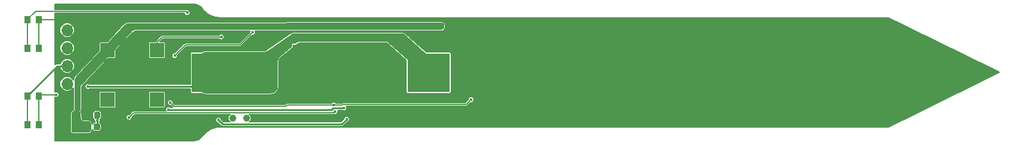
<source format=gbr>
G04 #@! TF.GenerationSoftware,KiCad,Pcbnew,(5.1.4)-1*
G04 #@! TF.CreationDate,2020-11-25T16:32:24+01:00*
G04 #@! TF.ProjectId,iot_plant_watering_sensor_esp32,696f745f-706c-4616-9e74-5f7761746572,rev?*
G04 #@! TF.SameCoordinates,Original*
G04 #@! TF.FileFunction,Copper,L2,Bot*
G04 #@! TF.FilePolarity,Positive*
%FSLAX46Y46*%
G04 Gerber Fmt 4.6, Leading zero omitted, Abs format (unit mm)*
G04 Created by KiCad (PCBNEW (5.1.4)-1) date 2020-11-25 16:32:24*
%MOMM*%
%LPD*%
G04 APERTURE LIST*
%ADD10R,1.700000X1.700000*%
%ADD11O,1.700000X1.700000*%
%ADD12R,8.000000X8.000000*%
%ADD13R,6.000000X5.500000*%
%ADD14C,2.500000*%
%ADD15R,2.000000X2.000000*%
%ADD16R,0.900000X1.000000*%
%ADD17C,1.000000*%
%ADD18C,0.100000*%
%ADD19C,0.875000*%
%ADD20C,0.450000*%
%ADD21C,0.127000*%
%ADD22C,1.270000*%
%ADD23C,0.254000*%
%ADD24C,0.381000*%
G04 APERTURE END LIST*
D10*
X86487000Y-109156500D03*
D11*
X86487000Y-106616500D03*
X86487000Y-104076500D03*
X86487000Y-101536500D03*
X86487000Y-98996500D03*
D12*
X122428000Y-105029000D03*
D13*
X137728000Y-105029000D03*
X107128000Y-105029000D03*
D14*
X107151400Y-105003600D03*
X114771400Y-105003600D03*
X132421400Y-105003600D03*
X124801400Y-105003600D03*
D15*
X92187000Y-108839000D03*
X99187000Y-108839000D03*
X99187000Y-101839000D03*
X92187000Y-101839000D03*
D16*
X80861000Y-108313000D03*
X82461000Y-108313000D03*
X80861000Y-112413000D03*
X82461000Y-112413000D03*
D17*
X109987000Y-111506000D03*
X111887000Y-111506000D03*
D18*
G36*
X89368691Y-112238553D02*
G01*
X89389926Y-112241703D01*
X89410750Y-112246919D01*
X89430962Y-112254151D01*
X89450368Y-112263330D01*
X89468781Y-112274366D01*
X89486024Y-112287154D01*
X89501930Y-112301570D01*
X89516346Y-112317476D01*
X89529134Y-112334719D01*
X89540170Y-112353132D01*
X89549349Y-112372538D01*
X89556581Y-112392750D01*
X89561797Y-112413574D01*
X89564947Y-112434809D01*
X89566000Y-112456250D01*
X89566000Y-112968750D01*
X89564947Y-112990191D01*
X89561797Y-113011426D01*
X89556581Y-113032250D01*
X89549349Y-113052462D01*
X89540170Y-113071868D01*
X89529134Y-113090281D01*
X89516346Y-113107524D01*
X89501930Y-113123430D01*
X89486024Y-113137846D01*
X89468781Y-113150634D01*
X89450368Y-113161670D01*
X89430962Y-113170849D01*
X89410750Y-113178081D01*
X89389926Y-113183297D01*
X89368691Y-113186447D01*
X89347250Y-113187500D01*
X88909750Y-113187500D01*
X88888309Y-113186447D01*
X88867074Y-113183297D01*
X88846250Y-113178081D01*
X88826038Y-113170849D01*
X88806632Y-113161670D01*
X88788219Y-113150634D01*
X88770976Y-113137846D01*
X88755070Y-113123430D01*
X88740654Y-113107524D01*
X88727866Y-113090281D01*
X88716830Y-113071868D01*
X88707651Y-113052462D01*
X88700419Y-113032250D01*
X88695203Y-113011426D01*
X88692053Y-112990191D01*
X88691000Y-112968750D01*
X88691000Y-112456250D01*
X88692053Y-112434809D01*
X88695203Y-112413574D01*
X88700419Y-112392750D01*
X88707651Y-112372538D01*
X88716830Y-112353132D01*
X88727866Y-112334719D01*
X88740654Y-112317476D01*
X88755070Y-112301570D01*
X88770976Y-112287154D01*
X88788219Y-112274366D01*
X88806632Y-112263330D01*
X88826038Y-112254151D01*
X88846250Y-112246919D01*
X88867074Y-112241703D01*
X88888309Y-112238553D01*
X88909750Y-112237500D01*
X89347250Y-112237500D01*
X89368691Y-112238553D01*
X89368691Y-112238553D01*
G37*
D19*
X89128500Y-112712500D03*
D18*
G36*
X90943691Y-112238553D02*
G01*
X90964926Y-112241703D01*
X90985750Y-112246919D01*
X91005962Y-112254151D01*
X91025368Y-112263330D01*
X91043781Y-112274366D01*
X91061024Y-112287154D01*
X91076930Y-112301570D01*
X91091346Y-112317476D01*
X91104134Y-112334719D01*
X91115170Y-112353132D01*
X91124349Y-112372538D01*
X91131581Y-112392750D01*
X91136797Y-112413574D01*
X91139947Y-112434809D01*
X91141000Y-112456250D01*
X91141000Y-112968750D01*
X91139947Y-112990191D01*
X91136797Y-113011426D01*
X91131581Y-113032250D01*
X91124349Y-113052462D01*
X91115170Y-113071868D01*
X91104134Y-113090281D01*
X91091346Y-113107524D01*
X91076930Y-113123430D01*
X91061024Y-113137846D01*
X91043781Y-113150634D01*
X91025368Y-113161670D01*
X91005962Y-113170849D01*
X90985750Y-113178081D01*
X90964926Y-113183297D01*
X90943691Y-113186447D01*
X90922250Y-113187500D01*
X90484750Y-113187500D01*
X90463309Y-113186447D01*
X90442074Y-113183297D01*
X90421250Y-113178081D01*
X90401038Y-113170849D01*
X90381632Y-113161670D01*
X90363219Y-113150634D01*
X90345976Y-113137846D01*
X90330070Y-113123430D01*
X90315654Y-113107524D01*
X90302866Y-113090281D01*
X90291830Y-113071868D01*
X90282651Y-113052462D01*
X90275419Y-113032250D01*
X90270203Y-113011426D01*
X90267053Y-112990191D01*
X90266000Y-112968750D01*
X90266000Y-112456250D01*
X90267053Y-112434809D01*
X90270203Y-112413574D01*
X90275419Y-112392750D01*
X90282651Y-112372538D01*
X90291830Y-112353132D01*
X90302866Y-112334719D01*
X90315654Y-112317476D01*
X90330070Y-112301570D01*
X90345976Y-112287154D01*
X90363219Y-112274366D01*
X90381632Y-112263330D01*
X90401038Y-112254151D01*
X90421250Y-112246919D01*
X90442074Y-112241703D01*
X90463309Y-112238553D01*
X90484750Y-112237500D01*
X90922250Y-112237500D01*
X90943691Y-112238553D01*
X90943691Y-112238553D01*
G37*
D19*
X90703500Y-112712500D03*
D18*
G36*
X86320691Y-110587553D02*
G01*
X86341926Y-110590703D01*
X86362750Y-110595919D01*
X86382962Y-110603151D01*
X86402368Y-110612330D01*
X86420781Y-110623366D01*
X86438024Y-110636154D01*
X86453930Y-110650570D01*
X86468346Y-110666476D01*
X86481134Y-110683719D01*
X86492170Y-110702132D01*
X86501349Y-110721538D01*
X86508581Y-110741750D01*
X86513797Y-110762574D01*
X86516947Y-110783809D01*
X86518000Y-110805250D01*
X86518000Y-111317750D01*
X86516947Y-111339191D01*
X86513797Y-111360426D01*
X86508581Y-111381250D01*
X86501349Y-111401462D01*
X86492170Y-111420868D01*
X86481134Y-111439281D01*
X86468346Y-111456524D01*
X86453930Y-111472430D01*
X86438024Y-111486846D01*
X86420781Y-111499634D01*
X86402368Y-111510670D01*
X86382962Y-111519849D01*
X86362750Y-111527081D01*
X86341926Y-111532297D01*
X86320691Y-111535447D01*
X86299250Y-111536500D01*
X85861750Y-111536500D01*
X85840309Y-111535447D01*
X85819074Y-111532297D01*
X85798250Y-111527081D01*
X85778038Y-111519849D01*
X85758632Y-111510670D01*
X85740219Y-111499634D01*
X85722976Y-111486846D01*
X85707070Y-111472430D01*
X85692654Y-111456524D01*
X85679866Y-111439281D01*
X85668830Y-111420868D01*
X85659651Y-111401462D01*
X85652419Y-111381250D01*
X85647203Y-111360426D01*
X85644053Y-111339191D01*
X85643000Y-111317750D01*
X85643000Y-110805250D01*
X85644053Y-110783809D01*
X85647203Y-110762574D01*
X85652419Y-110741750D01*
X85659651Y-110721538D01*
X85668830Y-110702132D01*
X85679866Y-110683719D01*
X85692654Y-110666476D01*
X85707070Y-110650570D01*
X85722976Y-110636154D01*
X85740219Y-110623366D01*
X85758632Y-110612330D01*
X85778038Y-110603151D01*
X85798250Y-110595919D01*
X85819074Y-110590703D01*
X85840309Y-110587553D01*
X85861750Y-110586500D01*
X86299250Y-110586500D01*
X86320691Y-110587553D01*
X86320691Y-110587553D01*
G37*
D19*
X86080500Y-111061500D03*
D18*
G36*
X87895691Y-110587553D02*
G01*
X87916926Y-110590703D01*
X87937750Y-110595919D01*
X87957962Y-110603151D01*
X87977368Y-110612330D01*
X87995781Y-110623366D01*
X88013024Y-110636154D01*
X88028930Y-110650570D01*
X88043346Y-110666476D01*
X88056134Y-110683719D01*
X88067170Y-110702132D01*
X88076349Y-110721538D01*
X88083581Y-110741750D01*
X88088797Y-110762574D01*
X88091947Y-110783809D01*
X88093000Y-110805250D01*
X88093000Y-111317750D01*
X88091947Y-111339191D01*
X88088797Y-111360426D01*
X88083581Y-111381250D01*
X88076349Y-111401462D01*
X88067170Y-111420868D01*
X88056134Y-111439281D01*
X88043346Y-111456524D01*
X88028930Y-111472430D01*
X88013024Y-111486846D01*
X87995781Y-111499634D01*
X87977368Y-111510670D01*
X87957962Y-111519849D01*
X87937750Y-111527081D01*
X87916926Y-111532297D01*
X87895691Y-111535447D01*
X87874250Y-111536500D01*
X87436750Y-111536500D01*
X87415309Y-111535447D01*
X87394074Y-111532297D01*
X87373250Y-111527081D01*
X87353038Y-111519849D01*
X87333632Y-111510670D01*
X87315219Y-111499634D01*
X87297976Y-111486846D01*
X87282070Y-111472430D01*
X87267654Y-111456524D01*
X87254866Y-111439281D01*
X87243830Y-111420868D01*
X87234651Y-111401462D01*
X87227419Y-111381250D01*
X87222203Y-111360426D01*
X87219053Y-111339191D01*
X87218000Y-111317750D01*
X87218000Y-110805250D01*
X87219053Y-110783809D01*
X87222203Y-110762574D01*
X87227419Y-110741750D01*
X87234651Y-110721538D01*
X87243830Y-110702132D01*
X87254866Y-110683719D01*
X87267654Y-110666476D01*
X87282070Y-110650570D01*
X87297976Y-110636154D01*
X87315219Y-110623366D01*
X87333632Y-110612330D01*
X87353038Y-110603151D01*
X87373250Y-110595919D01*
X87394074Y-110590703D01*
X87415309Y-110587553D01*
X87436750Y-110586500D01*
X87874250Y-110586500D01*
X87895691Y-110587553D01*
X87895691Y-110587553D01*
G37*
D19*
X87655500Y-111061500D03*
D18*
G36*
X86320691Y-112238553D02*
G01*
X86341926Y-112241703D01*
X86362750Y-112246919D01*
X86382962Y-112254151D01*
X86402368Y-112263330D01*
X86420781Y-112274366D01*
X86438024Y-112287154D01*
X86453930Y-112301570D01*
X86468346Y-112317476D01*
X86481134Y-112334719D01*
X86492170Y-112353132D01*
X86501349Y-112372538D01*
X86508581Y-112392750D01*
X86513797Y-112413574D01*
X86516947Y-112434809D01*
X86518000Y-112456250D01*
X86518000Y-112968750D01*
X86516947Y-112990191D01*
X86513797Y-113011426D01*
X86508581Y-113032250D01*
X86501349Y-113052462D01*
X86492170Y-113071868D01*
X86481134Y-113090281D01*
X86468346Y-113107524D01*
X86453930Y-113123430D01*
X86438024Y-113137846D01*
X86420781Y-113150634D01*
X86402368Y-113161670D01*
X86382962Y-113170849D01*
X86362750Y-113178081D01*
X86341926Y-113183297D01*
X86320691Y-113186447D01*
X86299250Y-113187500D01*
X85861750Y-113187500D01*
X85840309Y-113186447D01*
X85819074Y-113183297D01*
X85798250Y-113178081D01*
X85778038Y-113170849D01*
X85758632Y-113161670D01*
X85740219Y-113150634D01*
X85722976Y-113137846D01*
X85707070Y-113123430D01*
X85692654Y-113107524D01*
X85679866Y-113090281D01*
X85668830Y-113071868D01*
X85659651Y-113052462D01*
X85652419Y-113032250D01*
X85647203Y-113011426D01*
X85644053Y-112990191D01*
X85643000Y-112968750D01*
X85643000Y-112456250D01*
X85644053Y-112434809D01*
X85647203Y-112413574D01*
X85652419Y-112392750D01*
X85659651Y-112372538D01*
X85668830Y-112353132D01*
X85679866Y-112334719D01*
X85692654Y-112317476D01*
X85707070Y-112301570D01*
X85722976Y-112287154D01*
X85740219Y-112274366D01*
X85758632Y-112263330D01*
X85778038Y-112254151D01*
X85798250Y-112246919D01*
X85819074Y-112241703D01*
X85840309Y-112238553D01*
X85861750Y-112237500D01*
X86299250Y-112237500D01*
X86320691Y-112238553D01*
X86320691Y-112238553D01*
G37*
D19*
X86080500Y-112712500D03*
D18*
G36*
X87895691Y-112238553D02*
G01*
X87916926Y-112241703D01*
X87937750Y-112246919D01*
X87957962Y-112254151D01*
X87977368Y-112263330D01*
X87995781Y-112274366D01*
X88013024Y-112287154D01*
X88028930Y-112301570D01*
X88043346Y-112317476D01*
X88056134Y-112334719D01*
X88067170Y-112353132D01*
X88076349Y-112372538D01*
X88083581Y-112392750D01*
X88088797Y-112413574D01*
X88091947Y-112434809D01*
X88093000Y-112456250D01*
X88093000Y-112968750D01*
X88091947Y-112990191D01*
X88088797Y-113011426D01*
X88083581Y-113032250D01*
X88076349Y-113052462D01*
X88067170Y-113071868D01*
X88056134Y-113090281D01*
X88043346Y-113107524D01*
X88028930Y-113123430D01*
X88013024Y-113137846D01*
X87995781Y-113150634D01*
X87977368Y-113161670D01*
X87957962Y-113170849D01*
X87937750Y-113178081D01*
X87916926Y-113183297D01*
X87895691Y-113186447D01*
X87874250Y-113187500D01*
X87436750Y-113187500D01*
X87415309Y-113186447D01*
X87394074Y-113183297D01*
X87373250Y-113178081D01*
X87353038Y-113170849D01*
X87333632Y-113161670D01*
X87315219Y-113150634D01*
X87297976Y-113137846D01*
X87282070Y-113123430D01*
X87267654Y-113107524D01*
X87254866Y-113090281D01*
X87243830Y-113071868D01*
X87234651Y-113052462D01*
X87227419Y-113032250D01*
X87222203Y-113011426D01*
X87219053Y-112990191D01*
X87218000Y-112968750D01*
X87218000Y-112456250D01*
X87219053Y-112434809D01*
X87222203Y-112413574D01*
X87227419Y-112392750D01*
X87234651Y-112372538D01*
X87243830Y-112353132D01*
X87254866Y-112334719D01*
X87267654Y-112317476D01*
X87282070Y-112301570D01*
X87297976Y-112287154D01*
X87315219Y-112274366D01*
X87333632Y-112263330D01*
X87353038Y-112254151D01*
X87373250Y-112246919D01*
X87394074Y-112241703D01*
X87415309Y-112238553D01*
X87436750Y-112237500D01*
X87874250Y-112237500D01*
X87895691Y-112238553D01*
X87895691Y-112238553D01*
G37*
D19*
X87655500Y-112712500D03*
D18*
G36*
X89394091Y-110587553D02*
G01*
X89415326Y-110590703D01*
X89436150Y-110595919D01*
X89456362Y-110603151D01*
X89475768Y-110612330D01*
X89494181Y-110623366D01*
X89511424Y-110636154D01*
X89527330Y-110650570D01*
X89541746Y-110666476D01*
X89554534Y-110683719D01*
X89565570Y-110702132D01*
X89574749Y-110721538D01*
X89581981Y-110741750D01*
X89587197Y-110762574D01*
X89590347Y-110783809D01*
X89591400Y-110805250D01*
X89591400Y-111317750D01*
X89590347Y-111339191D01*
X89587197Y-111360426D01*
X89581981Y-111381250D01*
X89574749Y-111401462D01*
X89565570Y-111420868D01*
X89554534Y-111439281D01*
X89541746Y-111456524D01*
X89527330Y-111472430D01*
X89511424Y-111486846D01*
X89494181Y-111499634D01*
X89475768Y-111510670D01*
X89456362Y-111519849D01*
X89436150Y-111527081D01*
X89415326Y-111532297D01*
X89394091Y-111535447D01*
X89372650Y-111536500D01*
X88935150Y-111536500D01*
X88913709Y-111535447D01*
X88892474Y-111532297D01*
X88871650Y-111527081D01*
X88851438Y-111519849D01*
X88832032Y-111510670D01*
X88813619Y-111499634D01*
X88796376Y-111486846D01*
X88780470Y-111472430D01*
X88766054Y-111456524D01*
X88753266Y-111439281D01*
X88742230Y-111420868D01*
X88733051Y-111401462D01*
X88725819Y-111381250D01*
X88720603Y-111360426D01*
X88717453Y-111339191D01*
X88716400Y-111317750D01*
X88716400Y-110805250D01*
X88717453Y-110783809D01*
X88720603Y-110762574D01*
X88725819Y-110741750D01*
X88733051Y-110721538D01*
X88742230Y-110702132D01*
X88753266Y-110683719D01*
X88766054Y-110666476D01*
X88780470Y-110650570D01*
X88796376Y-110636154D01*
X88813619Y-110623366D01*
X88832032Y-110612330D01*
X88851438Y-110603151D01*
X88871650Y-110595919D01*
X88892474Y-110590703D01*
X88913709Y-110587553D01*
X88935150Y-110586500D01*
X89372650Y-110586500D01*
X89394091Y-110587553D01*
X89394091Y-110587553D01*
G37*
D19*
X89153900Y-111061500D03*
D18*
G36*
X90969091Y-110587553D02*
G01*
X90990326Y-110590703D01*
X91011150Y-110595919D01*
X91031362Y-110603151D01*
X91050768Y-110612330D01*
X91069181Y-110623366D01*
X91086424Y-110636154D01*
X91102330Y-110650570D01*
X91116746Y-110666476D01*
X91129534Y-110683719D01*
X91140570Y-110702132D01*
X91149749Y-110721538D01*
X91156981Y-110741750D01*
X91162197Y-110762574D01*
X91165347Y-110783809D01*
X91166400Y-110805250D01*
X91166400Y-111317750D01*
X91165347Y-111339191D01*
X91162197Y-111360426D01*
X91156981Y-111381250D01*
X91149749Y-111401462D01*
X91140570Y-111420868D01*
X91129534Y-111439281D01*
X91116746Y-111456524D01*
X91102330Y-111472430D01*
X91086424Y-111486846D01*
X91069181Y-111499634D01*
X91050768Y-111510670D01*
X91031362Y-111519849D01*
X91011150Y-111527081D01*
X90990326Y-111532297D01*
X90969091Y-111535447D01*
X90947650Y-111536500D01*
X90510150Y-111536500D01*
X90488709Y-111535447D01*
X90467474Y-111532297D01*
X90446650Y-111527081D01*
X90426438Y-111519849D01*
X90407032Y-111510670D01*
X90388619Y-111499634D01*
X90371376Y-111486846D01*
X90355470Y-111472430D01*
X90341054Y-111456524D01*
X90328266Y-111439281D01*
X90317230Y-111420868D01*
X90308051Y-111401462D01*
X90300819Y-111381250D01*
X90295603Y-111360426D01*
X90292453Y-111339191D01*
X90291400Y-111317750D01*
X90291400Y-110805250D01*
X90292453Y-110783809D01*
X90295603Y-110762574D01*
X90300819Y-110741750D01*
X90308051Y-110721538D01*
X90317230Y-110702132D01*
X90328266Y-110683719D01*
X90341054Y-110666476D01*
X90355470Y-110650570D01*
X90371376Y-110636154D01*
X90388619Y-110623366D01*
X90407032Y-110612330D01*
X90426438Y-110603151D01*
X90446650Y-110595919D01*
X90467474Y-110590703D01*
X90488709Y-110587553D01*
X90510150Y-110586500D01*
X90947650Y-110586500D01*
X90969091Y-110587553D01*
X90969091Y-110587553D01*
G37*
D19*
X90728900Y-111061500D03*
D16*
X80886400Y-97518000D03*
X82486400Y-97518000D03*
X80886400Y-101618000D03*
X82486400Y-101618000D03*
D20*
X118872000Y-102108000D03*
X143002000Y-106934000D03*
X122428000Y-102108000D03*
X120650000Y-106362500D03*
X117094000Y-106045000D03*
X117348000Y-107950000D03*
X117348000Y-109347000D03*
X110998000Y-109093000D03*
X103759000Y-112014000D03*
X118872000Y-106299000D03*
X91376500Y-99060000D03*
X88646000Y-100965000D03*
X117919500Y-111506000D03*
X113093500Y-111442500D03*
X107315000Y-108966000D03*
X108902500Y-109093000D03*
X141033500Y-108648500D03*
X141287500Y-106934000D03*
X100520500Y-105346500D03*
X94234000Y-110363000D03*
X93345000Y-111760000D03*
X98298000Y-105283000D03*
X101092000Y-107950000D03*
X104140000Y-113411000D03*
X125730000Y-110045504D03*
X100838000Y-110264990D03*
X101727000Y-102616000D03*
X112776000Y-99314000D03*
X139319000Y-107569000D03*
X137541000Y-98425000D03*
X138430000Y-98425000D03*
X139319000Y-98425000D03*
X139319000Y-106680000D03*
X139319000Y-104775000D03*
X130048000Y-100076000D03*
X124333000Y-100076000D03*
X89408000Y-106997500D03*
X90741500Y-111823500D03*
X143764000Y-108839000D03*
X124303265Y-109595489D03*
X101092000Y-109283500D03*
X84899500Y-108140500D03*
X103505000Y-96520000D03*
X126111000Y-111633000D03*
X107950000Y-111760000D03*
X95250000Y-111379000D03*
X124460000Y-110553500D03*
X121539000Y-98425000D03*
X87630000Y-111823500D03*
X108331000Y-99949000D03*
D21*
X82486400Y-101618000D02*
X82486400Y-97518000D01*
X83063400Y-97518000D02*
X83081400Y-97536000D01*
X82486400Y-97518000D02*
X83063400Y-97518000D01*
X83081400Y-97536000D02*
X85661500Y-97536000D01*
D22*
X132396000Y-105029000D02*
X132421400Y-105003600D01*
X122428000Y-105029000D02*
X132396000Y-105029000D01*
D23*
X124166579Y-110074499D02*
X123976088Y-110264990D01*
X125382801Y-110074499D02*
X124166579Y-110074499D01*
X101156198Y-110264990D02*
X100838000Y-110264990D01*
X123976088Y-110264990D02*
X101156198Y-110264990D01*
X125730000Y-110045504D02*
X125411796Y-110045504D01*
X125411796Y-110045504D02*
X125382801Y-110074499D01*
D21*
X110998000Y-101092000D02*
X112776000Y-99314000D01*
X101727000Y-102616000D02*
X103251000Y-101092000D01*
X103251000Y-101092000D02*
X110998000Y-101092000D01*
X80886400Y-107881200D02*
X80886400Y-111981200D01*
D23*
X85284919Y-104076500D02*
X86487000Y-104076500D01*
X85047500Y-104076500D02*
X85284919Y-104076500D01*
X80861000Y-108263000D02*
X85047500Y-104076500D01*
X80861000Y-108313000D02*
X80861000Y-108263000D01*
X106175500Y-104076500D02*
X107128000Y-105029000D01*
X107126000Y-105029000D02*
X107128000Y-105029000D01*
X105157500Y-106997500D02*
X107126000Y-105029000D01*
X89408000Y-106997500D02*
X105157500Y-106997500D01*
X137604500Y-105029000D02*
X134874000Y-102298500D01*
X137728000Y-105029000D02*
X137604500Y-105029000D01*
X90741500Y-112674500D02*
X90703500Y-112712500D01*
X90741500Y-111823500D02*
X90741500Y-112674500D01*
X90741500Y-111074100D02*
X90728900Y-111061500D01*
X90741500Y-111823500D02*
X90741500Y-111074100D01*
D21*
X125530559Y-109566499D02*
X125501569Y-109595489D01*
X124621463Y-109595489D02*
X124303265Y-109595489D01*
X143036501Y-109566499D02*
X125530559Y-109566499D01*
X143764000Y-108839000D02*
X143036501Y-109566499D01*
X125501569Y-109595489D02*
X124621463Y-109595489D01*
X101571001Y-109762501D02*
X101092000Y-109283500D01*
X117547441Y-109762501D02*
X101571001Y-109762501D01*
X124303265Y-109595489D02*
X117714453Y-109595489D01*
X117714453Y-109595489D02*
X117547441Y-109762501D01*
X82633500Y-108140500D02*
X82461000Y-108313000D01*
X84899500Y-108140500D02*
X82633500Y-108140500D01*
X82461000Y-108313000D02*
X82461000Y-112413000D01*
X80886400Y-97468000D02*
X80886400Y-97518000D01*
X82059399Y-96295001D02*
X80886400Y-97468000D01*
X103280001Y-96295001D02*
X82059399Y-96295001D01*
X103505000Y-96520000D02*
X103280001Y-96295001D01*
X80886400Y-97518000D02*
X80886400Y-101618000D01*
D23*
X126111000Y-111633000D02*
X125412495Y-112331505D01*
X108174999Y-111984999D02*
X107950000Y-111760000D01*
X108521505Y-112331505D02*
X108174999Y-111984999D01*
X125412495Y-112331505D02*
X108521505Y-112331505D01*
D21*
X124333000Y-110680500D02*
X124460000Y-110553500D01*
X95250000Y-111379000D02*
X95948500Y-110680500D01*
X95948500Y-110680500D02*
X124333000Y-110680500D01*
D24*
X87655500Y-110486500D02*
X88011000Y-110131000D01*
X87655500Y-111061500D02*
X87655500Y-110486500D01*
X87630000Y-111087000D02*
X87655500Y-111061500D01*
X87630000Y-111823500D02*
X87630000Y-111087000D01*
D21*
X99187000Y-100712000D02*
X99187000Y-101839000D01*
X99950000Y-99949000D02*
X99187000Y-100712000D01*
X108331000Y-99949000D02*
X99950000Y-99949000D01*
G36*
X104235213Y-95270900D02*
G01*
X104584853Y-95305183D01*
X104908681Y-95402952D01*
X105207349Y-95561757D01*
X105472086Y-95777671D01*
X105647930Y-95979706D01*
X105934027Y-96308418D01*
X105949116Y-96322670D01*
X105963636Y-96337497D01*
X105966492Y-96339860D01*
X106420220Y-96709912D01*
X106440296Y-96723250D01*
X106460118Y-96736823D01*
X106463379Y-96738587D01*
X106980343Y-97013461D01*
X107002593Y-97022632D01*
X107024709Y-97032111D01*
X107028246Y-97033206D01*
X107028252Y-97033208D01*
X107588758Y-97202434D01*
X107612373Y-97207110D01*
X107635901Y-97212111D01*
X107639586Y-97212499D01*
X107639588Y-97212499D01*
X108222290Y-97269634D01*
X108222298Y-97269634D01*
X108235163Y-97270901D01*
X202936388Y-97270898D01*
X218647091Y-105005399D01*
X202936390Y-112739899D01*
X108235162Y-112739899D01*
X108225571Y-112740844D01*
X107794288Y-112772251D01*
X107773822Y-112775773D01*
X107753259Y-112778491D01*
X107749655Y-112779358D01*
X107181377Y-112920309D01*
X107158655Y-112928369D01*
X107135909Y-112936081D01*
X107132542Y-112937631D01*
X106602464Y-113186278D01*
X106581787Y-113198569D01*
X106560925Y-113210580D01*
X106557929Y-113212752D01*
X106557923Y-113212755D01*
X106557918Y-113212759D01*
X106086236Y-113559626D01*
X106068326Y-113575712D01*
X106050208Y-113591534D01*
X106047686Y-113594251D01*
X105652359Y-114026131D01*
X105406384Y-114294850D01*
X105133871Y-114495252D01*
X104827623Y-114638906D01*
X104496049Y-114721147D01*
X104238543Y-114739899D01*
X84772500Y-114739899D01*
X84772500Y-108537628D01*
X84778303Y-108540032D01*
X84858577Y-108556000D01*
X84940423Y-108556000D01*
X85020697Y-108540032D01*
X85096313Y-108508711D01*
X85164366Y-108463240D01*
X85222240Y-108405366D01*
X85267711Y-108337313D01*
X85299032Y-108261697D01*
X85315000Y-108181423D01*
X85315000Y-108099577D01*
X85299032Y-108019303D01*
X85267711Y-107943687D01*
X85222240Y-107875634D01*
X85164366Y-107817760D01*
X85096313Y-107772289D01*
X85020697Y-107740968D01*
X84940423Y-107725000D01*
X84858577Y-107725000D01*
X84778303Y-107740968D01*
X84772500Y-107743372D01*
X84772500Y-106616500D01*
X85441466Y-106616500D01*
X85461556Y-106820474D01*
X85521053Y-107016609D01*
X85617670Y-107197368D01*
X85747696Y-107355804D01*
X85906132Y-107485830D01*
X86086891Y-107582447D01*
X86283026Y-107641944D01*
X86435890Y-107657000D01*
X86538110Y-107657000D01*
X86690974Y-107641944D01*
X86887109Y-107582447D01*
X87067868Y-107485830D01*
X87226304Y-107355804D01*
X87356330Y-107197368D01*
X87376000Y-107160568D01*
X87376000Y-110077250D01*
X87378345Y-110107050D01*
X87394328Y-110207962D01*
X87384790Y-110215789D01*
X87366866Y-110237630D01*
X87337178Y-110273804D01*
X87318017Y-110309652D01*
X87299099Y-110317488D01*
X87256030Y-110342354D01*
X87152477Y-110421814D01*
X87117314Y-110456977D01*
X87037854Y-110560530D01*
X87012988Y-110603599D01*
X86963038Y-110724189D01*
X86950167Y-110772225D01*
X86933130Y-110901635D01*
X86931500Y-110926500D01*
X86931500Y-113411000D01*
X86935161Y-113448166D01*
X86946001Y-113483903D01*
X86964600Y-113528804D01*
X86982203Y-113561736D01*
X87005894Y-113590604D01*
X87034762Y-113614295D01*
X87067696Y-113631900D01*
X87112597Y-113650499D01*
X87148335Y-113661340D01*
X87185500Y-113665000D01*
X89416000Y-113665000D01*
X89440865Y-113663370D01*
X89570275Y-113646333D01*
X89618311Y-113633462D01*
X89738901Y-113583512D01*
X89781970Y-113558646D01*
X89885523Y-113479186D01*
X89920686Y-113444023D01*
X90000146Y-113340470D01*
X90025012Y-113297401D01*
X90074962Y-113176811D01*
X90087833Y-113128775D01*
X90093552Y-113085335D01*
X90105801Y-113125716D01*
X90143705Y-113196629D01*
X90194715Y-113258785D01*
X90256871Y-113309795D01*
X90327784Y-113347699D01*
X90404730Y-113371040D01*
X90484750Y-113378921D01*
X90922250Y-113378921D01*
X91002270Y-113371040D01*
X91079216Y-113347699D01*
X91150129Y-113309795D01*
X91212285Y-113258785D01*
X91263295Y-113196629D01*
X91301199Y-113125716D01*
X91324540Y-113048770D01*
X91332421Y-112968750D01*
X91332421Y-112456250D01*
X91324540Y-112376230D01*
X91301199Y-112299284D01*
X91263295Y-112228371D01*
X91212285Y-112166215D01*
X91150129Y-112115205D01*
X91079216Y-112077301D01*
X91072911Y-112075388D01*
X91109711Y-112020313D01*
X91141032Y-111944697D01*
X91157000Y-111864423D01*
X91157000Y-111782577D01*
X91141032Y-111702303D01*
X91132530Y-111681778D01*
X91175529Y-111658795D01*
X91237685Y-111607785D01*
X91288695Y-111545629D01*
X91326599Y-111474716D01*
X91349940Y-111397770D01*
X91355819Y-111338077D01*
X94834500Y-111338077D01*
X94834500Y-111419923D01*
X94850468Y-111500197D01*
X94881789Y-111575813D01*
X94927260Y-111643866D01*
X94985134Y-111701740D01*
X95053187Y-111747211D01*
X95128803Y-111778532D01*
X95209077Y-111794500D01*
X95290923Y-111794500D01*
X95371197Y-111778532D01*
X95446813Y-111747211D01*
X95514866Y-111701740D01*
X95572740Y-111643866D01*
X95618211Y-111575813D01*
X95649532Y-111500197D01*
X95665500Y-111419923D01*
X95665500Y-111338077D01*
X95662950Y-111325260D01*
X96053710Y-110934500D01*
X109599444Y-110934500D01*
X109546832Y-110969654D01*
X109450654Y-111065832D01*
X109375087Y-111178926D01*
X109323036Y-111304589D01*
X109296500Y-111437992D01*
X109296500Y-111574008D01*
X109323036Y-111707411D01*
X109375087Y-111833074D01*
X109450654Y-111946168D01*
X109518491Y-112014005D01*
X108653018Y-112014005D01*
X108410537Y-111771525D01*
X108410533Y-111771520D01*
X108365500Y-111726487D01*
X108365500Y-111719077D01*
X108349532Y-111638803D01*
X108318211Y-111563187D01*
X108272740Y-111495134D01*
X108214866Y-111437260D01*
X108146813Y-111391789D01*
X108071197Y-111360468D01*
X107990923Y-111344500D01*
X107909077Y-111344500D01*
X107828803Y-111360468D01*
X107753187Y-111391789D01*
X107685134Y-111437260D01*
X107627260Y-111495134D01*
X107581789Y-111563187D01*
X107550468Y-111638803D01*
X107534500Y-111719077D01*
X107534500Y-111800923D01*
X107550468Y-111881197D01*
X107581789Y-111956813D01*
X107627260Y-112024866D01*
X107685134Y-112082740D01*
X107753187Y-112128211D01*
X107828803Y-112159532D01*
X107909077Y-112175500D01*
X107916487Y-112175500D01*
X107961520Y-112220533D01*
X107961525Y-112220537D01*
X108285968Y-112544980D01*
X108295912Y-112557098D01*
X108344258Y-112596774D01*
X108399415Y-112626256D01*
X108459264Y-112644411D01*
X108505909Y-112649005D01*
X108505911Y-112649005D01*
X108521504Y-112650541D01*
X108537097Y-112649005D01*
X125396899Y-112649005D01*
X125412495Y-112650541D01*
X125428091Y-112649005D01*
X125474736Y-112644411D01*
X125534585Y-112626256D01*
X125589742Y-112596774D01*
X125638088Y-112557098D01*
X125648037Y-112544975D01*
X126144513Y-112048500D01*
X126151923Y-112048500D01*
X126232197Y-112032532D01*
X126307813Y-112001211D01*
X126375866Y-111955740D01*
X126433740Y-111897866D01*
X126479211Y-111829813D01*
X126510532Y-111754197D01*
X126526500Y-111673923D01*
X126526500Y-111592077D01*
X126510532Y-111511803D01*
X126479211Y-111436187D01*
X126433740Y-111368134D01*
X126375866Y-111310260D01*
X126307813Y-111264789D01*
X126232197Y-111233468D01*
X126151923Y-111217500D01*
X126070077Y-111217500D01*
X125989803Y-111233468D01*
X125914187Y-111264789D01*
X125846134Y-111310260D01*
X125788260Y-111368134D01*
X125742789Y-111436187D01*
X125711468Y-111511803D01*
X125695500Y-111592077D01*
X125695500Y-111599487D01*
X125280983Y-112014005D01*
X112355509Y-112014005D01*
X112423346Y-111946168D01*
X112498913Y-111833074D01*
X112550964Y-111707411D01*
X112577500Y-111574008D01*
X112577500Y-111437992D01*
X112550964Y-111304589D01*
X112498913Y-111178926D01*
X112423346Y-111065832D01*
X112327168Y-110969654D01*
X112274556Y-110934500D01*
X124294063Y-110934500D01*
X124338803Y-110953032D01*
X124419077Y-110969000D01*
X124500923Y-110969000D01*
X124581197Y-110953032D01*
X124656813Y-110921711D01*
X124724866Y-110876240D01*
X124782740Y-110818366D01*
X124828211Y-110750313D01*
X124859532Y-110674697D01*
X124875500Y-110594423D01*
X124875500Y-110512577D01*
X124859532Y-110432303D01*
X124842838Y-110391999D01*
X125367205Y-110391999D01*
X125382801Y-110393535D01*
X125398397Y-110391999D01*
X125445042Y-110387405D01*
X125478583Y-110377230D01*
X125533187Y-110413715D01*
X125608803Y-110445036D01*
X125689077Y-110461004D01*
X125770923Y-110461004D01*
X125851197Y-110445036D01*
X125926813Y-110413715D01*
X125994866Y-110368244D01*
X126052740Y-110310370D01*
X126098211Y-110242317D01*
X126129532Y-110166701D01*
X126145500Y-110086427D01*
X126145500Y-110004581D01*
X126129532Y-109924307D01*
X126098211Y-109848691D01*
X126079374Y-109820499D01*
X143024043Y-109820499D01*
X143036501Y-109821726D01*
X143048959Y-109820499D01*
X143048970Y-109820499D01*
X143086294Y-109816823D01*
X143134173Y-109802299D01*
X143178298Y-109778713D01*
X143198052Y-109762501D01*
X143207289Y-109754921D01*
X143207292Y-109754918D01*
X143216974Y-109746972D01*
X143224919Y-109737291D01*
X143710260Y-109251950D01*
X143723077Y-109254500D01*
X143804923Y-109254500D01*
X143885197Y-109238532D01*
X143960813Y-109207211D01*
X144028866Y-109161740D01*
X144086740Y-109103866D01*
X144132211Y-109035813D01*
X144163532Y-108960197D01*
X144179500Y-108879923D01*
X144179500Y-108798077D01*
X144163532Y-108717803D01*
X144132211Y-108642187D01*
X144086740Y-108574134D01*
X144028866Y-108516260D01*
X143960813Y-108470789D01*
X143885197Y-108439468D01*
X143804923Y-108423500D01*
X143723077Y-108423500D01*
X143642803Y-108439468D01*
X143567187Y-108470789D01*
X143499134Y-108516260D01*
X143441260Y-108574134D01*
X143395789Y-108642187D01*
X143364468Y-108717803D01*
X143348500Y-108798077D01*
X143348500Y-108879923D01*
X143351050Y-108892740D01*
X142931291Y-109312499D01*
X125543016Y-109312499D01*
X125530558Y-109311272D01*
X125518100Y-109312499D01*
X125518090Y-109312499D01*
X125480766Y-109316175D01*
X125432887Y-109330699D01*
X125412701Y-109341489D01*
X124633265Y-109341489D01*
X124626005Y-109330623D01*
X124568131Y-109272749D01*
X124500078Y-109227278D01*
X124424462Y-109195957D01*
X124344188Y-109179989D01*
X124262342Y-109179989D01*
X124182068Y-109195957D01*
X124106452Y-109227278D01*
X124038399Y-109272749D01*
X123980525Y-109330623D01*
X123973265Y-109341489D01*
X117726911Y-109341489D01*
X117714453Y-109340262D01*
X117701995Y-109341489D01*
X117701984Y-109341489D01*
X117664660Y-109345165D01*
X117616781Y-109359689D01*
X117601411Y-109367904D01*
X117572656Y-109383274D01*
X117553890Y-109398676D01*
X117533980Y-109415016D01*
X117526032Y-109424701D01*
X117442231Y-109508501D01*
X101676212Y-109508501D01*
X101504950Y-109337240D01*
X101507500Y-109324423D01*
X101507500Y-109242577D01*
X101491532Y-109162303D01*
X101460211Y-109086687D01*
X101414740Y-109018634D01*
X101356866Y-108960760D01*
X101288813Y-108915289D01*
X101213197Y-108883968D01*
X101132923Y-108868000D01*
X101051077Y-108868000D01*
X100970803Y-108883968D01*
X100895187Y-108915289D01*
X100827134Y-108960760D01*
X100769260Y-109018634D01*
X100723789Y-109086687D01*
X100692468Y-109162303D01*
X100676500Y-109242577D01*
X100676500Y-109324423D01*
X100692468Y-109404697D01*
X100723789Y-109480313D01*
X100769260Y-109548366D01*
X100827134Y-109606240D01*
X100895187Y-109651711D01*
X100970803Y-109683032D01*
X101051077Y-109699000D01*
X101132923Y-109699000D01*
X101145740Y-109696450D01*
X101382587Y-109933298D01*
X101390528Y-109942974D01*
X101396031Y-109947490D01*
X101108106Y-109947490D01*
X101102866Y-109942250D01*
X101034813Y-109896779D01*
X100959197Y-109865458D01*
X100878923Y-109849490D01*
X100797077Y-109849490D01*
X100716803Y-109865458D01*
X100641187Y-109896779D01*
X100573134Y-109942250D01*
X100515260Y-110000124D01*
X100469789Y-110068177D01*
X100438468Y-110143793D01*
X100422500Y-110224067D01*
X100422500Y-110305913D01*
X100438468Y-110386187D01*
X100455166Y-110426500D01*
X95960957Y-110426500D01*
X95948499Y-110425273D01*
X95936041Y-110426500D01*
X95936031Y-110426500D01*
X95898707Y-110430176D01*
X95850828Y-110444700D01*
X95806703Y-110468286D01*
X95777711Y-110492079D01*
X95777709Y-110492081D01*
X95768027Y-110500027D01*
X95760081Y-110509709D01*
X95303740Y-110966050D01*
X95290923Y-110963500D01*
X95209077Y-110963500D01*
X95128803Y-110979468D01*
X95053187Y-111010789D01*
X94985134Y-111056260D01*
X94927260Y-111114134D01*
X94881789Y-111182187D01*
X94850468Y-111257803D01*
X94834500Y-111338077D01*
X91355819Y-111338077D01*
X91357821Y-111317750D01*
X91357821Y-110805250D01*
X91349940Y-110725230D01*
X91326599Y-110648284D01*
X91288695Y-110577371D01*
X91237685Y-110515215D01*
X91175529Y-110464205D01*
X91104616Y-110426301D01*
X91027670Y-110402960D01*
X90947650Y-110395079D01*
X90510150Y-110395079D01*
X90430130Y-110402960D01*
X90353184Y-110426301D01*
X90282271Y-110464205D01*
X90220115Y-110515215D01*
X90169105Y-110577371D01*
X90131201Y-110648284D01*
X90107860Y-110725230D01*
X90099979Y-110805250D01*
X90099979Y-111317750D01*
X90107860Y-111397770D01*
X90131201Y-111474716D01*
X90169105Y-111545629D01*
X90220115Y-111607785D01*
X90282271Y-111658795D01*
X90345902Y-111692806D01*
X90341968Y-111702303D01*
X90326000Y-111782577D01*
X90326000Y-111864423D01*
X90341968Y-111944697D01*
X90373289Y-112020313D01*
X90397281Y-112056220D01*
X90327784Y-112077301D01*
X90256871Y-112115205D01*
X90194715Y-112166215D01*
X90143705Y-112228371D01*
X90105801Y-112299284D01*
X90093552Y-112339665D01*
X90087833Y-112296225D01*
X90074962Y-112248189D01*
X90025012Y-112127599D01*
X90000146Y-112084530D01*
X89920686Y-111980977D01*
X89885523Y-111945814D01*
X89781970Y-111866354D01*
X89738901Y-111841488D01*
X89618311Y-111791538D01*
X89570275Y-111778667D01*
X89440865Y-111761630D01*
X89416000Y-111760000D01*
X88904484Y-111760000D01*
X88812321Y-111747867D01*
X88738073Y-111717112D01*
X88674313Y-111668187D01*
X88625388Y-111604427D01*
X88594633Y-111530179D01*
X88582500Y-111438016D01*
X88582500Y-110926500D01*
X88580870Y-110901635D01*
X88563833Y-110772225D01*
X88550962Y-110724189D01*
X88501012Y-110603599D01*
X88476146Y-110560530D01*
X88416188Y-110482392D01*
X88445383Y-110452595D01*
X88460584Y-110435061D01*
X88480266Y-110403324D01*
X88536812Y-110288315D01*
X88545764Y-110266904D01*
X88554528Y-110230603D01*
X88572248Y-110103676D01*
X88574038Y-110073449D01*
X88528437Y-107839000D01*
X90995579Y-107839000D01*
X90995579Y-109839000D01*
X90999257Y-109876344D01*
X91010150Y-109912254D01*
X91027839Y-109945348D01*
X91051645Y-109974355D01*
X91080652Y-109998161D01*
X91113746Y-110015850D01*
X91149656Y-110026743D01*
X91187000Y-110030421D01*
X93187000Y-110030421D01*
X93224344Y-110026743D01*
X93260254Y-110015850D01*
X93293348Y-109998161D01*
X93322355Y-109974355D01*
X93346161Y-109945348D01*
X93363850Y-109912254D01*
X93374743Y-109876344D01*
X93378421Y-109839000D01*
X93378421Y-107839000D01*
X97995579Y-107839000D01*
X97995579Y-109839000D01*
X97999257Y-109876344D01*
X98010150Y-109912254D01*
X98027839Y-109945348D01*
X98051645Y-109974355D01*
X98080652Y-109998161D01*
X98113746Y-110015850D01*
X98149656Y-110026743D01*
X98187000Y-110030421D01*
X100187000Y-110030421D01*
X100224344Y-110026743D01*
X100260254Y-110015850D01*
X100293348Y-109998161D01*
X100322355Y-109974355D01*
X100346161Y-109945348D01*
X100363850Y-109912254D01*
X100374743Y-109876344D01*
X100378421Y-109839000D01*
X100378421Y-107839000D01*
X100374743Y-107801656D01*
X100363850Y-107765746D01*
X100346161Y-107732652D01*
X100322355Y-107703645D01*
X100293348Y-107679839D01*
X100260254Y-107662150D01*
X100224344Y-107651257D01*
X100187000Y-107647579D01*
X98187000Y-107647579D01*
X98149656Y-107651257D01*
X98113746Y-107662150D01*
X98080652Y-107679839D01*
X98051645Y-107703645D01*
X98027839Y-107732652D01*
X98010150Y-107765746D01*
X97999257Y-107801656D01*
X97995579Y-107839000D01*
X93378421Y-107839000D01*
X93374743Y-107801656D01*
X93363850Y-107765746D01*
X93346161Y-107732652D01*
X93322355Y-107703645D01*
X93293348Y-107679839D01*
X93260254Y-107662150D01*
X93224344Y-107651257D01*
X93187000Y-107647579D01*
X91187000Y-107647579D01*
X91149656Y-107651257D01*
X91113746Y-107662150D01*
X91080652Y-107679839D01*
X91051645Y-107703645D01*
X91027839Y-107732652D01*
X91010150Y-107765746D01*
X90999257Y-107801656D01*
X90995579Y-107839000D01*
X88528437Y-107839000D01*
X88520580Y-107454009D01*
X88527378Y-107323336D01*
X88548033Y-107158096D01*
X88578644Y-107027200D01*
X88611933Y-106956577D01*
X88992500Y-106956577D01*
X88992500Y-107038423D01*
X89008468Y-107118697D01*
X89039789Y-107194313D01*
X89085260Y-107262366D01*
X89143134Y-107320240D01*
X89211187Y-107365711D01*
X89286803Y-107397032D01*
X89367077Y-107413000D01*
X89448923Y-107413000D01*
X89529197Y-107397032D01*
X89604813Y-107365711D01*
X89672866Y-107320240D01*
X89678106Y-107315000D01*
X103936579Y-107315000D01*
X103936579Y-107779000D01*
X103940257Y-107816344D01*
X103951150Y-107852254D01*
X103968839Y-107885348D01*
X103992645Y-107914355D01*
X104021652Y-107938161D01*
X104054746Y-107955850D01*
X104090656Y-107966743D01*
X104128000Y-107970421D01*
X105549814Y-107970421D01*
X105683516Y-108041886D01*
X105718018Y-108056177D01*
X105905611Y-108113082D01*
X105942237Y-108120368D01*
X106137327Y-108139583D01*
X106156000Y-108140500D01*
X115332000Y-108140500D01*
X115350673Y-108139583D01*
X115545763Y-108120368D01*
X115582389Y-108113082D01*
X115769982Y-108056177D01*
X115804484Y-108041886D01*
X115977371Y-107949476D01*
X116008422Y-107928729D01*
X116159959Y-107804366D01*
X116186366Y-107777959D01*
X116310729Y-107626422D01*
X116331476Y-107595371D01*
X116423886Y-107422484D01*
X116438177Y-107387982D01*
X116495082Y-107200389D01*
X116502368Y-107163763D01*
X116521583Y-106968673D01*
X116522500Y-106950000D01*
X116522500Y-103478489D01*
X116543158Y-103291520D01*
X116600714Y-103123561D01*
X116693547Y-102972220D01*
X116824535Y-102837217D01*
X119088606Y-100966897D01*
X119253600Y-100859887D01*
X119428246Y-100797080D01*
X119623598Y-100774500D01*
X131437141Y-100774500D01*
X131591909Y-100788596D01*
X131733199Y-100828079D01*
X131865040Y-100892442D01*
X131990078Y-100984727D01*
X134536579Y-103248283D01*
X134536579Y-107779000D01*
X134540257Y-107816344D01*
X134551150Y-107852254D01*
X134568839Y-107885348D01*
X134592645Y-107914355D01*
X134621652Y-107938161D01*
X134654746Y-107955850D01*
X134690656Y-107966743D01*
X134728000Y-107970421D01*
X139207299Y-107970421D01*
X139278077Y-107984500D01*
X139359923Y-107984500D01*
X139430701Y-107970421D01*
X140728000Y-107970421D01*
X140765344Y-107966743D01*
X140801254Y-107955850D01*
X140834348Y-107938161D01*
X140863355Y-107914355D01*
X140887161Y-107885348D01*
X140904850Y-107852254D01*
X140915743Y-107816344D01*
X140919421Y-107779000D01*
X140919421Y-102279000D01*
X140915743Y-102241656D01*
X140904850Y-102205746D01*
X140887161Y-102172652D01*
X140863355Y-102143645D01*
X140834348Y-102119839D01*
X140801254Y-102102150D01*
X140765344Y-102091257D01*
X140728000Y-102087579D01*
X137376141Y-102087579D01*
X134522726Y-99551210D01*
X134509290Y-99540317D01*
X134363328Y-99432589D01*
X134333775Y-99414673D01*
X134170753Y-99335088D01*
X134138450Y-99322807D01*
X133963733Y-99273984D01*
X133929743Y-99267740D01*
X133749080Y-99251285D01*
X133731801Y-99250500D01*
X118806222Y-99250500D01*
X118786865Y-99251486D01*
X118584693Y-99272136D01*
X118546778Y-99279963D01*
X118352956Y-99341060D01*
X118317407Y-99356391D01*
X118139939Y-99455412D01*
X118123515Y-99465704D01*
X114837937Y-101765609D01*
X114685945Y-101850415D01*
X114529236Y-101899813D01*
X114356074Y-101917500D01*
X106156000Y-101917500D01*
X106137327Y-101918417D01*
X105942237Y-101937632D01*
X105905611Y-101944918D01*
X105718018Y-102001823D01*
X105683516Y-102016114D01*
X105549814Y-102087579D01*
X104128000Y-102087579D01*
X104090656Y-102091257D01*
X104054746Y-102102150D01*
X104021652Y-102119839D01*
X103992645Y-102143645D01*
X103968839Y-102172652D01*
X103951150Y-102205746D01*
X103940257Y-102241656D01*
X103936579Y-102279000D01*
X103936579Y-106680000D01*
X89678106Y-106680000D01*
X89672866Y-106674760D01*
X89604813Y-106629289D01*
X89529197Y-106597968D01*
X89448923Y-106582000D01*
X89367077Y-106582000D01*
X89286803Y-106597968D01*
X89211187Y-106629289D01*
X89143134Y-106674760D01*
X89085260Y-106732634D01*
X89039789Y-106800687D01*
X89008468Y-106876303D01*
X88992500Y-106956577D01*
X88611933Y-106956577D01*
X88631653Y-106914741D01*
X88713138Y-106807825D01*
X92279007Y-103030421D01*
X93187000Y-103030421D01*
X93224344Y-103026743D01*
X93260254Y-103015850D01*
X93293348Y-102998161D01*
X93322355Y-102974355D01*
X93346161Y-102945348D01*
X93363850Y-102912254D01*
X93374743Y-102876344D01*
X93378421Y-102839000D01*
X93378421Y-101865788D01*
X94347708Y-100839000D01*
X97995579Y-100839000D01*
X97995579Y-102839000D01*
X97999257Y-102876344D01*
X98010150Y-102912254D01*
X98027839Y-102945348D01*
X98051645Y-102974355D01*
X98080652Y-102998161D01*
X98113746Y-103015850D01*
X98149656Y-103026743D01*
X98187000Y-103030421D01*
X100187000Y-103030421D01*
X100224344Y-103026743D01*
X100260254Y-103015850D01*
X100293348Y-102998161D01*
X100322355Y-102974355D01*
X100346161Y-102945348D01*
X100363850Y-102912254D01*
X100374743Y-102876344D01*
X100378421Y-102839000D01*
X100378421Y-100839000D01*
X100374743Y-100801656D01*
X100363850Y-100765746D01*
X100346161Y-100732652D01*
X100322355Y-100703645D01*
X100293348Y-100679839D01*
X100260254Y-100662150D01*
X100224344Y-100651257D01*
X100187000Y-100647579D01*
X99610631Y-100647579D01*
X100055211Y-100203000D01*
X108001000Y-100203000D01*
X108008260Y-100213866D01*
X108066134Y-100271740D01*
X108134187Y-100317211D01*
X108209803Y-100348532D01*
X108290077Y-100364500D01*
X108371923Y-100364500D01*
X108452197Y-100348532D01*
X108527813Y-100317211D01*
X108595866Y-100271740D01*
X108653740Y-100213866D01*
X108699211Y-100145813D01*
X108730532Y-100070197D01*
X108746500Y-99989923D01*
X108746500Y-99908077D01*
X108730532Y-99827803D01*
X108699211Y-99752187D01*
X108653740Y-99684134D01*
X108595866Y-99626260D01*
X108527813Y-99580789D01*
X108452197Y-99549468D01*
X108371923Y-99533500D01*
X108290077Y-99533500D01*
X108209803Y-99549468D01*
X108134187Y-99580789D01*
X108066134Y-99626260D01*
X108008260Y-99684134D01*
X108001000Y-99695000D01*
X99962458Y-99695000D01*
X99950000Y-99693773D01*
X99937542Y-99695000D01*
X99937531Y-99695000D01*
X99900207Y-99698676D01*
X99852328Y-99713200D01*
X99808203Y-99736786D01*
X99779211Y-99760578D01*
X99779203Y-99760586D01*
X99769527Y-99768527D01*
X99761586Y-99778203D01*
X99016208Y-100523582D01*
X99006527Y-100531527D01*
X98998581Y-100541209D01*
X98998578Y-100541212D01*
X98988349Y-100553677D01*
X98974786Y-100570203D01*
X98951200Y-100614329D01*
X98941114Y-100647579D01*
X98187000Y-100647579D01*
X98149656Y-100651257D01*
X98113746Y-100662150D01*
X98080652Y-100679839D01*
X98051645Y-100703645D01*
X98027839Y-100732652D01*
X98010150Y-100765746D01*
X97999257Y-100801656D01*
X97995579Y-100839000D01*
X94347708Y-100839000D01*
X95720880Y-99384369D01*
X95852587Y-99270607D01*
X95996057Y-99190568D01*
X96152751Y-99141182D01*
X96325887Y-99123500D01*
X112405174Y-99123500D01*
X112376468Y-99192803D01*
X112360500Y-99273077D01*
X112360500Y-99354923D01*
X112363049Y-99367740D01*
X110892790Y-100838000D01*
X103263457Y-100838000D01*
X103250999Y-100836773D01*
X103238541Y-100838000D01*
X103238531Y-100838000D01*
X103201207Y-100841676D01*
X103153328Y-100856200D01*
X103124573Y-100871571D01*
X103109202Y-100879786D01*
X103080211Y-100903579D01*
X103080209Y-100903581D01*
X103070527Y-100911527D01*
X103062581Y-100921209D01*
X101780740Y-102203050D01*
X101767923Y-102200500D01*
X101686077Y-102200500D01*
X101605803Y-102216468D01*
X101530187Y-102247789D01*
X101462134Y-102293260D01*
X101404260Y-102351134D01*
X101358789Y-102419187D01*
X101327468Y-102494803D01*
X101311500Y-102575077D01*
X101311500Y-102656923D01*
X101327468Y-102737197D01*
X101358789Y-102812813D01*
X101404260Y-102880866D01*
X101462134Y-102938740D01*
X101530187Y-102984211D01*
X101605803Y-103015532D01*
X101686077Y-103031500D01*
X101767923Y-103031500D01*
X101848197Y-103015532D01*
X101923813Y-102984211D01*
X101991866Y-102938740D01*
X102049740Y-102880866D01*
X102095211Y-102812813D01*
X102126532Y-102737197D01*
X102142500Y-102656923D01*
X102142500Y-102575077D01*
X102139950Y-102562260D01*
X103356210Y-101346000D01*
X110985542Y-101346000D01*
X110998000Y-101347227D01*
X111010458Y-101346000D01*
X111010469Y-101346000D01*
X111047793Y-101342324D01*
X111095672Y-101327800D01*
X111139797Y-101304214D01*
X111156323Y-101290651D01*
X111168788Y-101280422D01*
X111168791Y-101280419D01*
X111178473Y-101272473D01*
X111186421Y-101262789D01*
X112722260Y-99726951D01*
X112735077Y-99729500D01*
X112816923Y-99729500D01*
X112897197Y-99713532D01*
X112972813Y-99682211D01*
X113040866Y-99636740D01*
X113098740Y-99578866D01*
X113144211Y-99510813D01*
X113175532Y-99435197D01*
X113191500Y-99354923D01*
X113191500Y-99273077D01*
X113175532Y-99192803D01*
X113146826Y-99123500D01*
X139446000Y-99123500D01*
X139470866Y-99121870D01*
X139602346Y-99104560D01*
X139650381Y-99091689D01*
X139772901Y-99040940D01*
X139815970Y-99016074D01*
X139921180Y-98935343D01*
X139956343Y-98900180D01*
X140037074Y-98794970D01*
X140061940Y-98751901D01*
X140112689Y-98629381D01*
X140125560Y-98581346D01*
X140142870Y-98449866D01*
X140142864Y-98400090D01*
X140125541Y-98268750D01*
X140112625Y-98220635D01*
X140061842Y-98098278D01*
X140036892Y-98055157D01*
X139956122Y-97950150D01*
X139920844Y-97914971D01*
X139815610Y-97834497D01*
X139772419Y-97809669D01*
X139649919Y-97759231D01*
X139601768Y-97746450D01*
X139470380Y-97729497D01*
X139445465Y-97727932D01*
X95298409Y-97852290D01*
X95279107Y-97853325D01*
X95077531Y-97874432D01*
X95039735Y-97882324D01*
X94846555Y-97943643D01*
X94811129Y-97958993D01*
X94634280Y-98058004D01*
X94602675Y-98080182D01*
X94449423Y-98212818D01*
X94435467Y-98226194D01*
X92153014Y-100647579D01*
X91187000Y-100647579D01*
X91149656Y-100651257D01*
X91113746Y-100662150D01*
X91080652Y-100679839D01*
X91051645Y-100703645D01*
X91027839Y-100732652D01*
X91010150Y-100765746D01*
X90999257Y-100801656D01*
X90995579Y-100839000D01*
X90995579Y-101875467D01*
X87700204Y-105371430D01*
X87688495Y-105385091D01*
X87572601Y-105533992D01*
X87553297Y-105564313D01*
X87467437Y-105732332D01*
X87454174Y-105765740D01*
X87401403Y-105946898D01*
X87394651Y-105982204D01*
X87384579Y-106088483D01*
X87356330Y-106035632D01*
X87226304Y-105877196D01*
X87067868Y-105747170D01*
X86887109Y-105650553D01*
X86690974Y-105591056D01*
X86538110Y-105576000D01*
X86435890Y-105576000D01*
X86283026Y-105591056D01*
X86086891Y-105650553D01*
X85906132Y-105747170D01*
X85747696Y-105877196D01*
X85617670Y-106035632D01*
X85521053Y-106216391D01*
X85461556Y-106412526D01*
X85441466Y-106616500D01*
X84772500Y-106616500D01*
X84772500Y-104800513D01*
X85179013Y-104394000D01*
X85495994Y-104394000D01*
X85521053Y-104476609D01*
X85617670Y-104657368D01*
X85747696Y-104815804D01*
X85906132Y-104945830D01*
X86086891Y-105042447D01*
X86283026Y-105101944D01*
X86435890Y-105117000D01*
X86538110Y-105117000D01*
X86690974Y-105101944D01*
X86887109Y-105042447D01*
X87067868Y-104945830D01*
X87226304Y-104815804D01*
X87356330Y-104657368D01*
X87452947Y-104476609D01*
X87512444Y-104280474D01*
X87532534Y-104076500D01*
X87512444Y-103872526D01*
X87452947Y-103676391D01*
X87356330Y-103495632D01*
X87226304Y-103337196D01*
X87067868Y-103207170D01*
X86887109Y-103110553D01*
X86690974Y-103051056D01*
X86538110Y-103036000D01*
X86435890Y-103036000D01*
X86283026Y-103051056D01*
X86086891Y-103110553D01*
X85906132Y-103207170D01*
X85747696Y-103337196D01*
X85617670Y-103495632D01*
X85521053Y-103676391D01*
X85495994Y-103759000D01*
X85063095Y-103759000D01*
X85047499Y-103757464D01*
X84985258Y-103763594D01*
X84925410Y-103781749D01*
X84870253Y-103811231D01*
X84821907Y-103850907D01*
X84811963Y-103863024D01*
X84772500Y-103902487D01*
X84772500Y-101536500D01*
X85441466Y-101536500D01*
X85461556Y-101740474D01*
X85521053Y-101936609D01*
X85617670Y-102117368D01*
X85747696Y-102275804D01*
X85906132Y-102405830D01*
X86086891Y-102502447D01*
X86283026Y-102561944D01*
X86435890Y-102577000D01*
X86538110Y-102577000D01*
X86690974Y-102561944D01*
X86887109Y-102502447D01*
X87067868Y-102405830D01*
X87226304Y-102275804D01*
X87356330Y-102117368D01*
X87452947Y-101936609D01*
X87512444Y-101740474D01*
X87532534Y-101536500D01*
X87512444Y-101332526D01*
X87452947Y-101136391D01*
X87356330Y-100955632D01*
X87226304Y-100797196D01*
X87067868Y-100667170D01*
X86887109Y-100570553D01*
X86690974Y-100511056D01*
X86538110Y-100496000D01*
X86435890Y-100496000D01*
X86283026Y-100511056D01*
X86086891Y-100570553D01*
X85906132Y-100667170D01*
X85747696Y-100797196D01*
X85617670Y-100955632D01*
X85521053Y-101136391D01*
X85461556Y-101332526D01*
X85441466Y-101536500D01*
X84772500Y-101536500D01*
X84772500Y-98996500D01*
X85441466Y-98996500D01*
X85461556Y-99200474D01*
X85521053Y-99396609D01*
X85617670Y-99577368D01*
X85747696Y-99735804D01*
X85906132Y-99865830D01*
X86086891Y-99962447D01*
X86283026Y-100021944D01*
X86435890Y-100037000D01*
X86538110Y-100037000D01*
X86690974Y-100021944D01*
X86887109Y-99962447D01*
X87067868Y-99865830D01*
X87226304Y-99735804D01*
X87356330Y-99577368D01*
X87452947Y-99396609D01*
X87512444Y-99200474D01*
X87532534Y-98996500D01*
X87512444Y-98792526D01*
X87452947Y-98596391D01*
X87356330Y-98415632D01*
X87226304Y-98257196D01*
X87067868Y-98127170D01*
X86887109Y-98030553D01*
X86690974Y-97971056D01*
X86538110Y-97956000D01*
X86435890Y-97956000D01*
X86283026Y-97971056D01*
X86086891Y-98030553D01*
X85906132Y-98127170D01*
X85747696Y-98257196D01*
X85617670Y-98415632D01*
X85521053Y-98596391D01*
X85461556Y-98792526D01*
X85441466Y-98996500D01*
X84772500Y-98996500D01*
X84772500Y-96549001D01*
X103089500Y-96549001D01*
X103089500Y-96560923D01*
X103105468Y-96641197D01*
X103136789Y-96716813D01*
X103182260Y-96784866D01*
X103240134Y-96842740D01*
X103308187Y-96888211D01*
X103383803Y-96919532D01*
X103464077Y-96935500D01*
X103545923Y-96935500D01*
X103626197Y-96919532D01*
X103701813Y-96888211D01*
X103769866Y-96842740D01*
X103827740Y-96784866D01*
X103873211Y-96716813D01*
X103904532Y-96641197D01*
X103920500Y-96560923D01*
X103920500Y-96479077D01*
X103904532Y-96398803D01*
X103873211Y-96323187D01*
X103827740Y-96255134D01*
X103769866Y-96197260D01*
X103701813Y-96151789D01*
X103626197Y-96120468D01*
X103545923Y-96104500D01*
X103464077Y-96104500D01*
X103451342Y-96107033D01*
X103450792Y-96106582D01*
X103450789Y-96106579D01*
X103438324Y-96096350D01*
X103421798Y-96082787D01*
X103377673Y-96059201D01*
X103329794Y-96044677D01*
X103292470Y-96041001D01*
X103292459Y-96041001D01*
X103280001Y-96039774D01*
X103267543Y-96041001D01*
X84772500Y-96041001D01*
X84772500Y-95270898D01*
X104235213Y-95270900D01*
X104235213Y-95270900D01*
G37*
X104235213Y-95270900D02*
X104584853Y-95305183D01*
X104908681Y-95402952D01*
X105207349Y-95561757D01*
X105472086Y-95777671D01*
X105647930Y-95979706D01*
X105934027Y-96308418D01*
X105949116Y-96322670D01*
X105963636Y-96337497D01*
X105966492Y-96339860D01*
X106420220Y-96709912D01*
X106440296Y-96723250D01*
X106460118Y-96736823D01*
X106463379Y-96738587D01*
X106980343Y-97013461D01*
X107002593Y-97022632D01*
X107024709Y-97032111D01*
X107028246Y-97033206D01*
X107028252Y-97033208D01*
X107588758Y-97202434D01*
X107612373Y-97207110D01*
X107635901Y-97212111D01*
X107639586Y-97212499D01*
X107639588Y-97212499D01*
X108222290Y-97269634D01*
X108222298Y-97269634D01*
X108235163Y-97270901D01*
X202936388Y-97270898D01*
X218647091Y-105005399D01*
X202936390Y-112739899D01*
X108235162Y-112739899D01*
X108225571Y-112740844D01*
X107794288Y-112772251D01*
X107773822Y-112775773D01*
X107753259Y-112778491D01*
X107749655Y-112779358D01*
X107181377Y-112920309D01*
X107158655Y-112928369D01*
X107135909Y-112936081D01*
X107132542Y-112937631D01*
X106602464Y-113186278D01*
X106581787Y-113198569D01*
X106560925Y-113210580D01*
X106557929Y-113212752D01*
X106557923Y-113212755D01*
X106557918Y-113212759D01*
X106086236Y-113559626D01*
X106068326Y-113575712D01*
X106050208Y-113591534D01*
X106047686Y-113594251D01*
X105652359Y-114026131D01*
X105406384Y-114294850D01*
X105133871Y-114495252D01*
X104827623Y-114638906D01*
X104496049Y-114721147D01*
X104238543Y-114739899D01*
X84772500Y-114739899D01*
X84772500Y-108537628D01*
X84778303Y-108540032D01*
X84858577Y-108556000D01*
X84940423Y-108556000D01*
X85020697Y-108540032D01*
X85096313Y-108508711D01*
X85164366Y-108463240D01*
X85222240Y-108405366D01*
X85267711Y-108337313D01*
X85299032Y-108261697D01*
X85315000Y-108181423D01*
X85315000Y-108099577D01*
X85299032Y-108019303D01*
X85267711Y-107943687D01*
X85222240Y-107875634D01*
X85164366Y-107817760D01*
X85096313Y-107772289D01*
X85020697Y-107740968D01*
X84940423Y-107725000D01*
X84858577Y-107725000D01*
X84778303Y-107740968D01*
X84772500Y-107743372D01*
X84772500Y-106616500D01*
X85441466Y-106616500D01*
X85461556Y-106820474D01*
X85521053Y-107016609D01*
X85617670Y-107197368D01*
X85747696Y-107355804D01*
X85906132Y-107485830D01*
X86086891Y-107582447D01*
X86283026Y-107641944D01*
X86435890Y-107657000D01*
X86538110Y-107657000D01*
X86690974Y-107641944D01*
X86887109Y-107582447D01*
X87067868Y-107485830D01*
X87226304Y-107355804D01*
X87356330Y-107197368D01*
X87376000Y-107160568D01*
X87376000Y-110077250D01*
X87378345Y-110107050D01*
X87394328Y-110207962D01*
X87384790Y-110215789D01*
X87366866Y-110237630D01*
X87337178Y-110273804D01*
X87318017Y-110309652D01*
X87299099Y-110317488D01*
X87256030Y-110342354D01*
X87152477Y-110421814D01*
X87117314Y-110456977D01*
X87037854Y-110560530D01*
X87012988Y-110603599D01*
X86963038Y-110724189D01*
X86950167Y-110772225D01*
X86933130Y-110901635D01*
X86931500Y-110926500D01*
X86931500Y-113411000D01*
X86935161Y-113448166D01*
X86946001Y-113483903D01*
X86964600Y-113528804D01*
X86982203Y-113561736D01*
X87005894Y-113590604D01*
X87034762Y-113614295D01*
X87067696Y-113631900D01*
X87112597Y-113650499D01*
X87148335Y-113661340D01*
X87185500Y-113665000D01*
X89416000Y-113665000D01*
X89440865Y-113663370D01*
X89570275Y-113646333D01*
X89618311Y-113633462D01*
X89738901Y-113583512D01*
X89781970Y-113558646D01*
X89885523Y-113479186D01*
X89920686Y-113444023D01*
X90000146Y-113340470D01*
X90025012Y-113297401D01*
X90074962Y-113176811D01*
X90087833Y-113128775D01*
X90093552Y-113085335D01*
X90105801Y-113125716D01*
X90143705Y-113196629D01*
X90194715Y-113258785D01*
X90256871Y-113309795D01*
X90327784Y-113347699D01*
X90404730Y-113371040D01*
X90484750Y-113378921D01*
X90922250Y-113378921D01*
X91002270Y-113371040D01*
X91079216Y-113347699D01*
X91150129Y-113309795D01*
X91212285Y-113258785D01*
X91263295Y-113196629D01*
X91301199Y-113125716D01*
X91324540Y-113048770D01*
X91332421Y-112968750D01*
X91332421Y-112456250D01*
X91324540Y-112376230D01*
X91301199Y-112299284D01*
X91263295Y-112228371D01*
X91212285Y-112166215D01*
X91150129Y-112115205D01*
X91079216Y-112077301D01*
X91072911Y-112075388D01*
X91109711Y-112020313D01*
X91141032Y-111944697D01*
X91157000Y-111864423D01*
X91157000Y-111782577D01*
X91141032Y-111702303D01*
X91132530Y-111681778D01*
X91175529Y-111658795D01*
X91237685Y-111607785D01*
X91288695Y-111545629D01*
X91326599Y-111474716D01*
X91349940Y-111397770D01*
X91355819Y-111338077D01*
X94834500Y-111338077D01*
X94834500Y-111419923D01*
X94850468Y-111500197D01*
X94881789Y-111575813D01*
X94927260Y-111643866D01*
X94985134Y-111701740D01*
X95053187Y-111747211D01*
X95128803Y-111778532D01*
X95209077Y-111794500D01*
X95290923Y-111794500D01*
X95371197Y-111778532D01*
X95446813Y-111747211D01*
X95514866Y-111701740D01*
X95572740Y-111643866D01*
X95618211Y-111575813D01*
X95649532Y-111500197D01*
X95665500Y-111419923D01*
X95665500Y-111338077D01*
X95662950Y-111325260D01*
X96053710Y-110934500D01*
X109599444Y-110934500D01*
X109546832Y-110969654D01*
X109450654Y-111065832D01*
X109375087Y-111178926D01*
X109323036Y-111304589D01*
X109296500Y-111437992D01*
X109296500Y-111574008D01*
X109323036Y-111707411D01*
X109375087Y-111833074D01*
X109450654Y-111946168D01*
X109518491Y-112014005D01*
X108653018Y-112014005D01*
X108410537Y-111771525D01*
X108410533Y-111771520D01*
X108365500Y-111726487D01*
X108365500Y-111719077D01*
X108349532Y-111638803D01*
X108318211Y-111563187D01*
X108272740Y-111495134D01*
X108214866Y-111437260D01*
X108146813Y-111391789D01*
X108071197Y-111360468D01*
X107990923Y-111344500D01*
X107909077Y-111344500D01*
X107828803Y-111360468D01*
X107753187Y-111391789D01*
X107685134Y-111437260D01*
X107627260Y-111495134D01*
X107581789Y-111563187D01*
X107550468Y-111638803D01*
X107534500Y-111719077D01*
X107534500Y-111800923D01*
X107550468Y-111881197D01*
X107581789Y-111956813D01*
X107627260Y-112024866D01*
X107685134Y-112082740D01*
X107753187Y-112128211D01*
X107828803Y-112159532D01*
X107909077Y-112175500D01*
X107916487Y-112175500D01*
X107961520Y-112220533D01*
X107961525Y-112220537D01*
X108285968Y-112544980D01*
X108295912Y-112557098D01*
X108344258Y-112596774D01*
X108399415Y-112626256D01*
X108459264Y-112644411D01*
X108505909Y-112649005D01*
X108505911Y-112649005D01*
X108521504Y-112650541D01*
X108537097Y-112649005D01*
X125396899Y-112649005D01*
X125412495Y-112650541D01*
X125428091Y-112649005D01*
X125474736Y-112644411D01*
X125534585Y-112626256D01*
X125589742Y-112596774D01*
X125638088Y-112557098D01*
X125648037Y-112544975D01*
X126144513Y-112048500D01*
X126151923Y-112048500D01*
X126232197Y-112032532D01*
X126307813Y-112001211D01*
X126375866Y-111955740D01*
X126433740Y-111897866D01*
X126479211Y-111829813D01*
X126510532Y-111754197D01*
X126526500Y-111673923D01*
X126526500Y-111592077D01*
X126510532Y-111511803D01*
X126479211Y-111436187D01*
X126433740Y-111368134D01*
X126375866Y-111310260D01*
X126307813Y-111264789D01*
X126232197Y-111233468D01*
X126151923Y-111217500D01*
X126070077Y-111217500D01*
X125989803Y-111233468D01*
X125914187Y-111264789D01*
X125846134Y-111310260D01*
X125788260Y-111368134D01*
X125742789Y-111436187D01*
X125711468Y-111511803D01*
X125695500Y-111592077D01*
X125695500Y-111599487D01*
X125280983Y-112014005D01*
X112355509Y-112014005D01*
X112423346Y-111946168D01*
X112498913Y-111833074D01*
X112550964Y-111707411D01*
X112577500Y-111574008D01*
X112577500Y-111437992D01*
X112550964Y-111304589D01*
X112498913Y-111178926D01*
X112423346Y-111065832D01*
X112327168Y-110969654D01*
X112274556Y-110934500D01*
X124294063Y-110934500D01*
X124338803Y-110953032D01*
X124419077Y-110969000D01*
X124500923Y-110969000D01*
X124581197Y-110953032D01*
X124656813Y-110921711D01*
X124724866Y-110876240D01*
X124782740Y-110818366D01*
X124828211Y-110750313D01*
X124859532Y-110674697D01*
X124875500Y-110594423D01*
X124875500Y-110512577D01*
X124859532Y-110432303D01*
X124842838Y-110391999D01*
X125367205Y-110391999D01*
X125382801Y-110393535D01*
X125398397Y-110391999D01*
X125445042Y-110387405D01*
X125478583Y-110377230D01*
X125533187Y-110413715D01*
X125608803Y-110445036D01*
X125689077Y-110461004D01*
X125770923Y-110461004D01*
X125851197Y-110445036D01*
X125926813Y-110413715D01*
X125994866Y-110368244D01*
X126052740Y-110310370D01*
X126098211Y-110242317D01*
X126129532Y-110166701D01*
X126145500Y-110086427D01*
X126145500Y-110004581D01*
X126129532Y-109924307D01*
X126098211Y-109848691D01*
X126079374Y-109820499D01*
X143024043Y-109820499D01*
X143036501Y-109821726D01*
X143048959Y-109820499D01*
X143048970Y-109820499D01*
X143086294Y-109816823D01*
X143134173Y-109802299D01*
X143178298Y-109778713D01*
X143198052Y-109762501D01*
X143207289Y-109754921D01*
X143207292Y-109754918D01*
X143216974Y-109746972D01*
X143224919Y-109737291D01*
X143710260Y-109251950D01*
X143723077Y-109254500D01*
X143804923Y-109254500D01*
X143885197Y-109238532D01*
X143960813Y-109207211D01*
X144028866Y-109161740D01*
X144086740Y-109103866D01*
X144132211Y-109035813D01*
X144163532Y-108960197D01*
X144179500Y-108879923D01*
X144179500Y-108798077D01*
X144163532Y-108717803D01*
X144132211Y-108642187D01*
X144086740Y-108574134D01*
X144028866Y-108516260D01*
X143960813Y-108470789D01*
X143885197Y-108439468D01*
X143804923Y-108423500D01*
X143723077Y-108423500D01*
X143642803Y-108439468D01*
X143567187Y-108470789D01*
X143499134Y-108516260D01*
X143441260Y-108574134D01*
X143395789Y-108642187D01*
X143364468Y-108717803D01*
X143348500Y-108798077D01*
X143348500Y-108879923D01*
X143351050Y-108892740D01*
X142931291Y-109312499D01*
X125543016Y-109312499D01*
X125530558Y-109311272D01*
X125518100Y-109312499D01*
X125518090Y-109312499D01*
X125480766Y-109316175D01*
X125432887Y-109330699D01*
X125412701Y-109341489D01*
X124633265Y-109341489D01*
X124626005Y-109330623D01*
X124568131Y-109272749D01*
X124500078Y-109227278D01*
X124424462Y-109195957D01*
X124344188Y-109179989D01*
X124262342Y-109179989D01*
X124182068Y-109195957D01*
X124106452Y-109227278D01*
X124038399Y-109272749D01*
X123980525Y-109330623D01*
X123973265Y-109341489D01*
X117726911Y-109341489D01*
X117714453Y-109340262D01*
X117701995Y-109341489D01*
X117701984Y-109341489D01*
X117664660Y-109345165D01*
X117616781Y-109359689D01*
X117601411Y-109367904D01*
X117572656Y-109383274D01*
X117553890Y-109398676D01*
X117533980Y-109415016D01*
X117526032Y-109424701D01*
X117442231Y-109508501D01*
X101676212Y-109508501D01*
X101504950Y-109337240D01*
X101507500Y-109324423D01*
X101507500Y-109242577D01*
X101491532Y-109162303D01*
X101460211Y-109086687D01*
X101414740Y-109018634D01*
X101356866Y-108960760D01*
X101288813Y-108915289D01*
X101213197Y-108883968D01*
X101132923Y-108868000D01*
X101051077Y-108868000D01*
X100970803Y-108883968D01*
X100895187Y-108915289D01*
X100827134Y-108960760D01*
X100769260Y-109018634D01*
X100723789Y-109086687D01*
X100692468Y-109162303D01*
X100676500Y-109242577D01*
X100676500Y-109324423D01*
X100692468Y-109404697D01*
X100723789Y-109480313D01*
X100769260Y-109548366D01*
X100827134Y-109606240D01*
X100895187Y-109651711D01*
X100970803Y-109683032D01*
X101051077Y-109699000D01*
X101132923Y-109699000D01*
X101145740Y-109696450D01*
X101382587Y-109933298D01*
X101390528Y-109942974D01*
X101396031Y-109947490D01*
X101108106Y-109947490D01*
X101102866Y-109942250D01*
X101034813Y-109896779D01*
X100959197Y-109865458D01*
X100878923Y-109849490D01*
X100797077Y-109849490D01*
X100716803Y-109865458D01*
X100641187Y-109896779D01*
X100573134Y-109942250D01*
X100515260Y-110000124D01*
X100469789Y-110068177D01*
X100438468Y-110143793D01*
X100422500Y-110224067D01*
X100422500Y-110305913D01*
X100438468Y-110386187D01*
X100455166Y-110426500D01*
X95960957Y-110426500D01*
X95948499Y-110425273D01*
X95936041Y-110426500D01*
X95936031Y-110426500D01*
X95898707Y-110430176D01*
X95850828Y-110444700D01*
X95806703Y-110468286D01*
X95777711Y-110492079D01*
X95777709Y-110492081D01*
X95768027Y-110500027D01*
X95760081Y-110509709D01*
X95303740Y-110966050D01*
X95290923Y-110963500D01*
X95209077Y-110963500D01*
X95128803Y-110979468D01*
X95053187Y-111010789D01*
X94985134Y-111056260D01*
X94927260Y-111114134D01*
X94881789Y-111182187D01*
X94850468Y-111257803D01*
X94834500Y-111338077D01*
X91355819Y-111338077D01*
X91357821Y-111317750D01*
X91357821Y-110805250D01*
X91349940Y-110725230D01*
X91326599Y-110648284D01*
X91288695Y-110577371D01*
X91237685Y-110515215D01*
X91175529Y-110464205D01*
X91104616Y-110426301D01*
X91027670Y-110402960D01*
X90947650Y-110395079D01*
X90510150Y-110395079D01*
X90430130Y-110402960D01*
X90353184Y-110426301D01*
X90282271Y-110464205D01*
X90220115Y-110515215D01*
X90169105Y-110577371D01*
X90131201Y-110648284D01*
X90107860Y-110725230D01*
X90099979Y-110805250D01*
X90099979Y-111317750D01*
X90107860Y-111397770D01*
X90131201Y-111474716D01*
X90169105Y-111545629D01*
X90220115Y-111607785D01*
X90282271Y-111658795D01*
X90345902Y-111692806D01*
X90341968Y-111702303D01*
X90326000Y-111782577D01*
X90326000Y-111864423D01*
X90341968Y-111944697D01*
X90373289Y-112020313D01*
X90397281Y-112056220D01*
X90327784Y-112077301D01*
X90256871Y-112115205D01*
X90194715Y-112166215D01*
X90143705Y-112228371D01*
X90105801Y-112299284D01*
X90093552Y-112339665D01*
X90087833Y-112296225D01*
X90074962Y-112248189D01*
X90025012Y-112127599D01*
X90000146Y-112084530D01*
X89920686Y-111980977D01*
X89885523Y-111945814D01*
X89781970Y-111866354D01*
X89738901Y-111841488D01*
X89618311Y-111791538D01*
X89570275Y-111778667D01*
X89440865Y-111761630D01*
X89416000Y-111760000D01*
X88904484Y-111760000D01*
X88812321Y-111747867D01*
X88738073Y-111717112D01*
X88674313Y-111668187D01*
X88625388Y-111604427D01*
X88594633Y-111530179D01*
X88582500Y-111438016D01*
X88582500Y-110926500D01*
X88580870Y-110901635D01*
X88563833Y-110772225D01*
X88550962Y-110724189D01*
X88501012Y-110603599D01*
X88476146Y-110560530D01*
X88416188Y-110482392D01*
X88445383Y-110452595D01*
X88460584Y-110435061D01*
X88480266Y-110403324D01*
X88536812Y-110288315D01*
X88545764Y-110266904D01*
X88554528Y-110230603D01*
X88572248Y-110103676D01*
X88574038Y-110073449D01*
X88528437Y-107839000D01*
X90995579Y-107839000D01*
X90995579Y-109839000D01*
X90999257Y-109876344D01*
X91010150Y-109912254D01*
X91027839Y-109945348D01*
X91051645Y-109974355D01*
X91080652Y-109998161D01*
X91113746Y-110015850D01*
X91149656Y-110026743D01*
X91187000Y-110030421D01*
X93187000Y-110030421D01*
X93224344Y-110026743D01*
X93260254Y-110015850D01*
X93293348Y-109998161D01*
X93322355Y-109974355D01*
X93346161Y-109945348D01*
X93363850Y-109912254D01*
X93374743Y-109876344D01*
X93378421Y-109839000D01*
X93378421Y-107839000D01*
X97995579Y-107839000D01*
X97995579Y-109839000D01*
X97999257Y-109876344D01*
X98010150Y-109912254D01*
X98027839Y-109945348D01*
X98051645Y-109974355D01*
X98080652Y-109998161D01*
X98113746Y-110015850D01*
X98149656Y-110026743D01*
X98187000Y-110030421D01*
X100187000Y-110030421D01*
X100224344Y-110026743D01*
X100260254Y-110015850D01*
X100293348Y-109998161D01*
X100322355Y-109974355D01*
X100346161Y-109945348D01*
X100363850Y-109912254D01*
X100374743Y-109876344D01*
X100378421Y-109839000D01*
X100378421Y-107839000D01*
X100374743Y-107801656D01*
X100363850Y-107765746D01*
X100346161Y-107732652D01*
X100322355Y-107703645D01*
X100293348Y-107679839D01*
X100260254Y-107662150D01*
X100224344Y-107651257D01*
X100187000Y-107647579D01*
X98187000Y-107647579D01*
X98149656Y-107651257D01*
X98113746Y-107662150D01*
X98080652Y-107679839D01*
X98051645Y-107703645D01*
X98027839Y-107732652D01*
X98010150Y-107765746D01*
X97999257Y-107801656D01*
X97995579Y-107839000D01*
X93378421Y-107839000D01*
X93374743Y-107801656D01*
X93363850Y-107765746D01*
X93346161Y-107732652D01*
X93322355Y-107703645D01*
X93293348Y-107679839D01*
X93260254Y-107662150D01*
X93224344Y-107651257D01*
X93187000Y-107647579D01*
X91187000Y-107647579D01*
X91149656Y-107651257D01*
X91113746Y-107662150D01*
X91080652Y-107679839D01*
X91051645Y-107703645D01*
X91027839Y-107732652D01*
X91010150Y-107765746D01*
X90999257Y-107801656D01*
X90995579Y-107839000D01*
X88528437Y-107839000D01*
X88520580Y-107454009D01*
X88527378Y-107323336D01*
X88548033Y-107158096D01*
X88578644Y-107027200D01*
X88611933Y-106956577D01*
X88992500Y-106956577D01*
X88992500Y-107038423D01*
X89008468Y-107118697D01*
X89039789Y-107194313D01*
X89085260Y-107262366D01*
X89143134Y-107320240D01*
X89211187Y-107365711D01*
X89286803Y-107397032D01*
X89367077Y-107413000D01*
X89448923Y-107413000D01*
X89529197Y-107397032D01*
X89604813Y-107365711D01*
X89672866Y-107320240D01*
X89678106Y-107315000D01*
X103936579Y-107315000D01*
X103936579Y-107779000D01*
X103940257Y-107816344D01*
X103951150Y-107852254D01*
X103968839Y-107885348D01*
X103992645Y-107914355D01*
X104021652Y-107938161D01*
X104054746Y-107955850D01*
X104090656Y-107966743D01*
X104128000Y-107970421D01*
X105549814Y-107970421D01*
X105683516Y-108041886D01*
X105718018Y-108056177D01*
X105905611Y-108113082D01*
X105942237Y-108120368D01*
X106137327Y-108139583D01*
X106156000Y-108140500D01*
X115332000Y-108140500D01*
X115350673Y-108139583D01*
X115545763Y-108120368D01*
X115582389Y-108113082D01*
X115769982Y-108056177D01*
X115804484Y-108041886D01*
X115977371Y-107949476D01*
X116008422Y-107928729D01*
X116159959Y-107804366D01*
X116186366Y-107777959D01*
X116310729Y-107626422D01*
X116331476Y-107595371D01*
X116423886Y-107422484D01*
X116438177Y-107387982D01*
X116495082Y-107200389D01*
X116502368Y-107163763D01*
X116521583Y-106968673D01*
X116522500Y-106950000D01*
X116522500Y-103478489D01*
X116543158Y-103291520D01*
X116600714Y-103123561D01*
X116693547Y-102972220D01*
X116824535Y-102837217D01*
X119088606Y-100966897D01*
X119253600Y-100859887D01*
X119428246Y-100797080D01*
X119623598Y-100774500D01*
X131437141Y-100774500D01*
X131591909Y-100788596D01*
X131733199Y-100828079D01*
X131865040Y-100892442D01*
X131990078Y-100984727D01*
X134536579Y-103248283D01*
X134536579Y-107779000D01*
X134540257Y-107816344D01*
X134551150Y-107852254D01*
X134568839Y-107885348D01*
X134592645Y-107914355D01*
X134621652Y-107938161D01*
X134654746Y-107955850D01*
X134690656Y-107966743D01*
X134728000Y-107970421D01*
X139207299Y-107970421D01*
X139278077Y-107984500D01*
X139359923Y-107984500D01*
X139430701Y-107970421D01*
X140728000Y-107970421D01*
X140765344Y-107966743D01*
X140801254Y-107955850D01*
X140834348Y-107938161D01*
X140863355Y-107914355D01*
X140887161Y-107885348D01*
X140904850Y-107852254D01*
X140915743Y-107816344D01*
X140919421Y-107779000D01*
X140919421Y-102279000D01*
X140915743Y-102241656D01*
X140904850Y-102205746D01*
X140887161Y-102172652D01*
X140863355Y-102143645D01*
X140834348Y-102119839D01*
X140801254Y-102102150D01*
X140765344Y-102091257D01*
X140728000Y-102087579D01*
X137376141Y-102087579D01*
X134522726Y-99551210D01*
X134509290Y-99540317D01*
X134363328Y-99432589D01*
X134333775Y-99414673D01*
X134170753Y-99335088D01*
X134138450Y-99322807D01*
X133963733Y-99273984D01*
X133929743Y-99267740D01*
X133749080Y-99251285D01*
X133731801Y-99250500D01*
X118806222Y-99250500D01*
X118786865Y-99251486D01*
X118584693Y-99272136D01*
X118546778Y-99279963D01*
X118352956Y-99341060D01*
X118317407Y-99356391D01*
X118139939Y-99455412D01*
X118123515Y-99465704D01*
X114837937Y-101765609D01*
X114685945Y-101850415D01*
X114529236Y-101899813D01*
X114356074Y-101917500D01*
X106156000Y-101917500D01*
X106137327Y-101918417D01*
X105942237Y-101937632D01*
X105905611Y-101944918D01*
X105718018Y-102001823D01*
X105683516Y-102016114D01*
X105549814Y-102087579D01*
X104128000Y-102087579D01*
X104090656Y-102091257D01*
X104054746Y-102102150D01*
X104021652Y-102119839D01*
X103992645Y-102143645D01*
X103968839Y-102172652D01*
X103951150Y-102205746D01*
X103940257Y-102241656D01*
X103936579Y-102279000D01*
X103936579Y-106680000D01*
X89678106Y-106680000D01*
X89672866Y-106674760D01*
X89604813Y-106629289D01*
X89529197Y-106597968D01*
X89448923Y-106582000D01*
X89367077Y-106582000D01*
X89286803Y-106597968D01*
X89211187Y-106629289D01*
X89143134Y-106674760D01*
X89085260Y-106732634D01*
X89039789Y-106800687D01*
X89008468Y-106876303D01*
X88992500Y-106956577D01*
X88611933Y-106956577D01*
X88631653Y-106914741D01*
X88713138Y-106807825D01*
X92279007Y-103030421D01*
X93187000Y-103030421D01*
X93224344Y-103026743D01*
X93260254Y-103015850D01*
X93293348Y-102998161D01*
X93322355Y-102974355D01*
X93346161Y-102945348D01*
X93363850Y-102912254D01*
X93374743Y-102876344D01*
X93378421Y-102839000D01*
X93378421Y-101865788D01*
X94347708Y-100839000D01*
X97995579Y-100839000D01*
X97995579Y-102839000D01*
X97999257Y-102876344D01*
X98010150Y-102912254D01*
X98027839Y-102945348D01*
X98051645Y-102974355D01*
X98080652Y-102998161D01*
X98113746Y-103015850D01*
X98149656Y-103026743D01*
X98187000Y-103030421D01*
X100187000Y-103030421D01*
X100224344Y-103026743D01*
X100260254Y-103015850D01*
X100293348Y-102998161D01*
X100322355Y-102974355D01*
X100346161Y-102945348D01*
X100363850Y-102912254D01*
X100374743Y-102876344D01*
X100378421Y-102839000D01*
X100378421Y-100839000D01*
X100374743Y-100801656D01*
X100363850Y-100765746D01*
X100346161Y-100732652D01*
X100322355Y-100703645D01*
X100293348Y-100679839D01*
X100260254Y-100662150D01*
X100224344Y-100651257D01*
X100187000Y-100647579D01*
X99610631Y-100647579D01*
X100055211Y-100203000D01*
X108001000Y-100203000D01*
X108008260Y-100213866D01*
X108066134Y-100271740D01*
X108134187Y-100317211D01*
X108209803Y-100348532D01*
X108290077Y-100364500D01*
X108371923Y-100364500D01*
X108452197Y-100348532D01*
X108527813Y-100317211D01*
X108595866Y-100271740D01*
X108653740Y-100213866D01*
X108699211Y-100145813D01*
X108730532Y-100070197D01*
X108746500Y-99989923D01*
X108746500Y-99908077D01*
X108730532Y-99827803D01*
X108699211Y-99752187D01*
X108653740Y-99684134D01*
X108595866Y-99626260D01*
X108527813Y-99580789D01*
X108452197Y-99549468D01*
X108371923Y-99533500D01*
X108290077Y-99533500D01*
X108209803Y-99549468D01*
X108134187Y-99580789D01*
X108066134Y-99626260D01*
X108008260Y-99684134D01*
X108001000Y-99695000D01*
X99962458Y-99695000D01*
X99950000Y-99693773D01*
X99937542Y-99695000D01*
X99937531Y-99695000D01*
X99900207Y-99698676D01*
X99852328Y-99713200D01*
X99808203Y-99736786D01*
X99779211Y-99760578D01*
X99779203Y-99760586D01*
X99769527Y-99768527D01*
X99761586Y-99778203D01*
X99016208Y-100523582D01*
X99006527Y-100531527D01*
X98998581Y-100541209D01*
X98998578Y-100541212D01*
X98988349Y-100553677D01*
X98974786Y-100570203D01*
X98951200Y-100614329D01*
X98941114Y-100647579D01*
X98187000Y-100647579D01*
X98149656Y-100651257D01*
X98113746Y-100662150D01*
X98080652Y-100679839D01*
X98051645Y-100703645D01*
X98027839Y-100732652D01*
X98010150Y-100765746D01*
X97999257Y-100801656D01*
X97995579Y-100839000D01*
X94347708Y-100839000D01*
X95720880Y-99384369D01*
X95852587Y-99270607D01*
X95996057Y-99190568D01*
X96152751Y-99141182D01*
X96325887Y-99123500D01*
X112405174Y-99123500D01*
X112376468Y-99192803D01*
X112360500Y-99273077D01*
X112360500Y-99354923D01*
X112363049Y-99367740D01*
X110892790Y-100838000D01*
X103263457Y-100838000D01*
X103250999Y-100836773D01*
X103238541Y-100838000D01*
X103238531Y-100838000D01*
X103201207Y-100841676D01*
X103153328Y-100856200D01*
X103124573Y-100871571D01*
X103109202Y-100879786D01*
X103080211Y-100903579D01*
X103080209Y-100903581D01*
X103070527Y-100911527D01*
X103062581Y-100921209D01*
X101780740Y-102203050D01*
X101767923Y-102200500D01*
X101686077Y-102200500D01*
X101605803Y-102216468D01*
X101530187Y-102247789D01*
X101462134Y-102293260D01*
X101404260Y-102351134D01*
X101358789Y-102419187D01*
X101327468Y-102494803D01*
X101311500Y-102575077D01*
X101311500Y-102656923D01*
X101327468Y-102737197D01*
X101358789Y-102812813D01*
X101404260Y-102880866D01*
X101462134Y-102938740D01*
X101530187Y-102984211D01*
X101605803Y-103015532D01*
X101686077Y-103031500D01*
X101767923Y-103031500D01*
X101848197Y-103015532D01*
X101923813Y-102984211D01*
X101991866Y-102938740D01*
X102049740Y-102880866D01*
X102095211Y-102812813D01*
X102126532Y-102737197D01*
X102142500Y-102656923D01*
X102142500Y-102575077D01*
X102139950Y-102562260D01*
X103356210Y-101346000D01*
X110985542Y-101346000D01*
X110998000Y-101347227D01*
X111010458Y-101346000D01*
X111010469Y-101346000D01*
X111047793Y-101342324D01*
X111095672Y-101327800D01*
X111139797Y-101304214D01*
X111156323Y-101290651D01*
X111168788Y-101280422D01*
X111168791Y-101280419D01*
X111178473Y-101272473D01*
X111186421Y-101262789D01*
X112722260Y-99726951D01*
X112735077Y-99729500D01*
X112816923Y-99729500D01*
X112897197Y-99713532D01*
X112972813Y-99682211D01*
X113040866Y-99636740D01*
X113098740Y-99578866D01*
X113144211Y-99510813D01*
X113175532Y-99435197D01*
X113191500Y-99354923D01*
X113191500Y-99273077D01*
X113175532Y-99192803D01*
X113146826Y-99123500D01*
X139446000Y-99123500D01*
X139470866Y-99121870D01*
X139602346Y-99104560D01*
X139650381Y-99091689D01*
X139772901Y-99040940D01*
X139815970Y-99016074D01*
X139921180Y-98935343D01*
X139956343Y-98900180D01*
X140037074Y-98794970D01*
X140061940Y-98751901D01*
X140112689Y-98629381D01*
X140125560Y-98581346D01*
X140142870Y-98449866D01*
X140142864Y-98400090D01*
X140125541Y-98268750D01*
X140112625Y-98220635D01*
X140061842Y-98098278D01*
X140036892Y-98055157D01*
X139956122Y-97950150D01*
X139920844Y-97914971D01*
X139815610Y-97834497D01*
X139772419Y-97809669D01*
X139649919Y-97759231D01*
X139601768Y-97746450D01*
X139470380Y-97729497D01*
X139445465Y-97727932D01*
X95298409Y-97852290D01*
X95279107Y-97853325D01*
X95077531Y-97874432D01*
X95039735Y-97882324D01*
X94846555Y-97943643D01*
X94811129Y-97958993D01*
X94634280Y-98058004D01*
X94602675Y-98080182D01*
X94449423Y-98212818D01*
X94435467Y-98226194D01*
X92153014Y-100647579D01*
X91187000Y-100647579D01*
X91149656Y-100651257D01*
X91113746Y-100662150D01*
X91080652Y-100679839D01*
X91051645Y-100703645D01*
X91027839Y-100732652D01*
X91010150Y-100765746D01*
X90999257Y-100801656D01*
X90995579Y-100839000D01*
X90995579Y-101875467D01*
X87700204Y-105371430D01*
X87688495Y-105385091D01*
X87572601Y-105533992D01*
X87553297Y-105564313D01*
X87467437Y-105732332D01*
X87454174Y-105765740D01*
X87401403Y-105946898D01*
X87394651Y-105982204D01*
X87384579Y-106088483D01*
X87356330Y-106035632D01*
X87226304Y-105877196D01*
X87067868Y-105747170D01*
X86887109Y-105650553D01*
X86690974Y-105591056D01*
X86538110Y-105576000D01*
X86435890Y-105576000D01*
X86283026Y-105591056D01*
X86086891Y-105650553D01*
X85906132Y-105747170D01*
X85747696Y-105877196D01*
X85617670Y-106035632D01*
X85521053Y-106216391D01*
X85461556Y-106412526D01*
X85441466Y-106616500D01*
X84772500Y-106616500D01*
X84772500Y-104800513D01*
X85179013Y-104394000D01*
X85495994Y-104394000D01*
X85521053Y-104476609D01*
X85617670Y-104657368D01*
X85747696Y-104815804D01*
X85906132Y-104945830D01*
X86086891Y-105042447D01*
X86283026Y-105101944D01*
X86435890Y-105117000D01*
X86538110Y-105117000D01*
X86690974Y-105101944D01*
X86887109Y-105042447D01*
X87067868Y-104945830D01*
X87226304Y-104815804D01*
X87356330Y-104657368D01*
X87452947Y-104476609D01*
X87512444Y-104280474D01*
X87532534Y-104076500D01*
X87512444Y-103872526D01*
X87452947Y-103676391D01*
X87356330Y-103495632D01*
X87226304Y-103337196D01*
X87067868Y-103207170D01*
X86887109Y-103110553D01*
X86690974Y-103051056D01*
X86538110Y-103036000D01*
X86435890Y-103036000D01*
X86283026Y-103051056D01*
X86086891Y-103110553D01*
X85906132Y-103207170D01*
X85747696Y-103337196D01*
X85617670Y-103495632D01*
X85521053Y-103676391D01*
X85495994Y-103759000D01*
X85063095Y-103759000D01*
X85047499Y-103757464D01*
X84985258Y-103763594D01*
X84925410Y-103781749D01*
X84870253Y-103811231D01*
X84821907Y-103850907D01*
X84811963Y-103863024D01*
X84772500Y-103902487D01*
X84772500Y-101536500D01*
X85441466Y-101536500D01*
X85461556Y-101740474D01*
X85521053Y-101936609D01*
X85617670Y-102117368D01*
X85747696Y-102275804D01*
X85906132Y-102405830D01*
X86086891Y-102502447D01*
X86283026Y-102561944D01*
X86435890Y-102577000D01*
X86538110Y-102577000D01*
X86690974Y-102561944D01*
X86887109Y-102502447D01*
X87067868Y-102405830D01*
X87226304Y-102275804D01*
X87356330Y-102117368D01*
X87452947Y-101936609D01*
X87512444Y-101740474D01*
X87532534Y-101536500D01*
X87512444Y-101332526D01*
X87452947Y-101136391D01*
X87356330Y-100955632D01*
X87226304Y-100797196D01*
X87067868Y-100667170D01*
X86887109Y-100570553D01*
X86690974Y-100511056D01*
X86538110Y-100496000D01*
X86435890Y-100496000D01*
X86283026Y-100511056D01*
X86086891Y-100570553D01*
X85906132Y-100667170D01*
X85747696Y-100797196D01*
X85617670Y-100955632D01*
X85521053Y-101136391D01*
X85461556Y-101332526D01*
X85441466Y-101536500D01*
X84772500Y-101536500D01*
X84772500Y-98996500D01*
X85441466Y-98996500D01*
X85461556Y-99200474D01*
X85521053Y-99396609D01*
X85617670Y-99577368D01*
X85747696Y-99735804D01*
X85906132Y-99865830D01*
X86086891Y-99962447D01*
X86283026Y-100021944D01*
X86435890Y-100037000D01*
X86538110Y-100037000D01*
X86690974Y-100021944D01*
X86887109Y-99962447D01*
X87067868Y-99865830D01*
X87226304Y-99735804D01*
X87356330Y-99577368D01*
X87452947Y-99396609D01*
X87512444Y-99200474D01*
X87532534Y-98996500D01*
X87512444Y-98792526D01*
X87452947Y-98596391D01*
X87356330Y-98415632D01*
X87226304Y-98257196D01*
X87067868Y-98127170D01*
X86887109Y-98030553D01*
X86690974Y-97971056D01*
X86538110Y-97956000D01*
X86435890Y-97956000D01*
X86283026Y-97971056D01*
X86086891Y-98030553D01*
X85906132Y-98127170D01*
X85747696Y-98257196D01*
X85617670Y-98415632D01*
X85521053Y-98596391D01*
X85461556Y-98792526D01*
X85441466Y-98996500D01*
X84772500Y-98996500D01*
X84772500Y-96549001D01*
X103089500Y-96549001D01*
X103089500Y-96560923D01*
X103105468Y-96641197D01*
X103136789Y-96716813D01*
X103182260Y-96784866D01*
X103240134Y-96842740D01*
X103308187Y-96888211D01*
X103383803Y-96919532D01*
X103464077Y-96935500D01*
X103545923Y-96935500D01*
X103626197Y-96919532D01*
X103701813Y-96888211D01*
X103769866Y-96842740D01*
X103827740Y-96784866D01*
X103873211Y-96716813D01*
X103904532Y-96641197D01*
X103920500Y-96560923D01*
X103920500Y-96479077D01*
X103904532Y-96398803D01*
X103873211Y-96323187D01*
X103827740Y-96255134D01*
X103769866Y-96197260D01*
X103701813Y-96151789D01*
X103626197Y-96120468D01*
X103545923Y-96104500D01*
X103464077Y-96104500D01*
X103451342Y-96107033D01*
X103450792Y-96106582D01*
X103450789Y-96106579D01*
X103438324Y-96096350D01*
X103421798Y-96082787D01*
X103377673Y-96059201D01*
X103329794Y-96044677D01*
X103292470Y-96041001D01*
X103292459Y-96041001D01*
X103280001Y-96039774D01*
X103267543Y-96041001D01*
X84772500Y-96041001D01*
X84772500Y-95270898D01*
X104235213Y-95270900D01*
G36*
X88004836Y-110505403D02*
G01*
X88109973Y-110548952D01*
X88200264Y-110618236D01*
X88269548Y-110708527D01*
X88313097Y-110813664D01*
X88328500Y-110930663D01*
X88328500Y-111450500D01*
X88329043Y-111458788D01*
X88346080Y-111588198D01*
X88350371Y-111604210D01*
X88400321Y-111724800D01*
X88408609Y-111739157D01*
X88488069Y-111842710D01*
X88499790Y-111854431D01*
X88603343Y-111933891D01*
X88617700Y-111942179D01*
X88738290Y-111992129D01*
X88754302Y-111996420D01*
X88883712Y-112013457D01*
X88892000Y-112014000D01*
X89411837Y-112014000D01*
X89528836Y-112029403D01*
X89633973Y-112072952D01*
X89724264Y-112142236D01*
X89793548Y-112232527D01*
X89837097Y-112337664D01*
X89852500Y-112454663D01*
X89852500Y-112970337D01*
X89837097Y-113087336D01*
X89793548Y-113192473D01*
X89724264Y-113282764D01*
X89633973Y-113352048D01*
X89528836Y-113395597D01*
X89411837Y-113411000D01*
X87198131Y-113411000D01*
X87189200Y-113407300D01*
X87185500Y-113398369D01*
X87185500Y-110930663D01*
X87200903Y-110813664D01*
X87244452Y-110708527D01*
X87313736Y-110618236D01*
X87404027Y-110548952D01*
X87509164Y-110505403D01*
X87626163Y-110490000D01*
X87887837Y-110490000D01*
X88004836Y-110505403D01*
X88004836Y-110505403D01*
G37*
X88004836Y-110505403D02*
X88109973Y-110548952D01*
X88200264Y-110618236D01*
X88269548Y-110708527D01*
X88313097Y-110813664D01*
X88328500Y-110930663D01*
X88328500Y-111450500D01*
X88329043Y-111458788D01*
X88346080Y-111588198D01*
X88350371Y-111604210D01*
X88400321Y-111724800D01*
X88408609Y-111739157D01*
X88488069Y-111842710D01*
X88499790Y-111854431D01*
X88603343Y-111933891D01*
X88617700Y-111942179D01*
X88738290Y-111992129D01*
X88754302Y-111996420D01*
X88883712Y-112013457D01*
X88892000Y-112014000D01*
X89411837Y-112014000D01*
X89528836Y-112029403D01*
X89633973Y-112072952D01*
X89724264Y-112142236D01*
X89793548Y-112232527D01*
X89837097Y-112337664D01*
X89852500Y-112454663D01*
X89852500Y-112970337D01*
X89837097Y-113087336D01*
X89793548Y-113192473D01*
X89724264Y-113282764D01*
X89633973Y-113352048D01*
X89528836Y-113395597D01*
X89411837Y-113411000D01*
X87198131Y-113411000D01*
X87189200Y-113407300D01*
X87185500Y-113398369D01*
X87185500Y-110930663D01*
X87200903Y-110813664D01*
X87244452Y-110708527D01*
X87313736Y-110618236D01*
X87404027Y-110548952D01*
X87509164Y-110505403D01*
X87626163Y-110490000D01*
X87887837Y-110490000D01*
X88004836Y-110505403D01*
G36*
X133900943Y-99520168D02*
G01*
X134064523Y-99565879D01*
X134217149Y-99640389D01*
X134356134Y-99742968D01*
X137260068Y-102324242D01*
X137392287Y-102468718D01*
X137490475Y-102634365D01*
X137552695Y-102816596D01*
X137576313Y-103007694D01*
X137560334Y-103199590D01*
X137505432Y-103384153D01*
X137413931Y-103553578D01*
X137287570Y-103703221D01*
X137022869Y-103958120D01*
X136862705Y-104082391D01*
X136682938Y-104168469D01*
X136489028Y-104214539D01*
X136289761Y-104218513D01*
X136094162Y-104180212D01*
X135911109Y-104101374D01*
X135746114Y-103983586D01*
X132152352Y-100789131D01*
X132147873Y-100785500D01*
X132001911Y-100677772D01*
X131992060Y-100671800D01*
X131829038Y-100592215D01*
X131818271Y-100588121D01*
X131643554Y-100539298D01*
X131632224Y-100537217D01*
X131451561Y-100520762D01*
X131445801Y-100520500D01*
X119612625Y-100520500D01*
X119605334Y-100520920D01*
X119377211Y-100547288D01*
X119363013Y-100550615D01*
X119146921Y-100628327D01*
X119133857Y-100634804D01*
X118941190Y-100759762D01*
X118935301Y-100764082D01*
X118846331Y-100837579D01*
X118428000Y-100837579D01*
X118390656Y-100841257D01*
X118354746Y-100852150D01*
X118321652Y-100869839D01*
X118292645Y-100893645D01*
X118268839Y-100922652D01*
X118251150Y-100955746D01*
X118240257Y-100991656D01*
X118236579Y-101029000D01*
X118236579Y-101341287D01*
X116654677Y-102648076D01*
X116649545Y-102652813D01*
X116496595Y-102810451D01*
X116488041Y-102821468D01*
X116373195Y-103008695D01*
X116367252Y-103021312D01*
X116296051Y-103229094D01*
X116293006Y-103242705D01*
X116268884Y-103461020D01*
X116268500Y-103467994D01*
X116268500Y-106946883D01*
X116250204Y-107132639D01*
X116196929Y-107308266D01*
X116110415Y-107470122D01*
X115993989Y-107611989D01*
X115852122Y-107728415D01*
X115690266Y-107814929D01*
X115514639Y-107868204D01*
X115328883Y-107886500D01*
X106159117Y-107886500D01*
X105973361Y-107868204D01*
X105797734Y-107814929D01*
X105635878Y-107728415D01*
X105494011Y-107611989D01*
X105377585Y-107470122D01*
X105291071Y-107308266D01*
X105237796Y-107132639D01*
X105219500Y-106946883D01*
X105219500Y-103111117D01*
X105237796Y-102925361D01*
X105291071Y-102749734D01*
X105377585Y-102587878D01*
X105494011Y-102446011D01*
X105635878Y-102329585D01*
X105797734Y-102243071D01*
X105973361Y-102189796D01*
X106159117Y-102171500D01*
X114365778Y-102171500D01*
X114372230Y-102171171D01*
X114574402Y-102150521D01*
X114587041Y-102147912D01*
X114780863Y-102086815D01*
X114792712Y-102081705D01*
X114970180Y-101982684D01*
X114975655Y-101979253D01*
X118266527Y-99675643D01*
X118435504Y-99581359D01*
X118616955Y-99524162D01*
X118809453Y-99504500D01*
X133728918Y-99504500D01*
X133900943Y-99520168D01*
X133900943Y-99520168D01*
G37*
X133900943Y-99520168D02*
X134064523Y-99565879D01*
X134217149Y-99640389D01*
X134356134Y-99742968D01*
X137260068Y-102324242D01*
X137392287Y-102468718D01*
X137490475Y-102634365D01*
X137552695Y-102816596D01*
X137576313Y-103007694D01*
X137560334Y-103199590D01*
X137505432Y-103384153D01*
X137413931Y-103553578D01*
X137287570Y-103703221D01*
X137022869Y-103958120D01*
X136862705Y-104082391D01*
X136682938Y-104168469D01*
X136489028Y-104214539D01*
X136289761Y-104218513D01*
X136094162Y-104180212D01*
X135911109Y-104101374D01*
X135746114Y-103983586D01*
X132152352Y-100789131D01*
X132147873Y-100785500D01*
X132001911Y-100677772D01*
X131992060Y-100671800D01*
X131829038Y-100592215D01*
X131818271Y-100588121D01*
X131643554Y-100539298D01*
X131632224Y-100537217D01*
X131451561Y-100520762D01*
X131445801Y-100520500D01*
X119612625Y-100520500D01*
X119605334Y-100520920D01*
X119377211Y-100547288D01*
X119363013Y-100550615D01*
X119146921Y-100628327D01*
X119133857Y-100634804D01*
X118941190Y-100759762D01*
X118935301Y-100764082D01*
X118846331Y-100837579D01*
X118428000Y-100837579D01*
X118390656Y-100841257D01*
X118354746Y-100852150D01*
X118321652Y-100869839D01*
X118292645Y-100893645D01*
X118268839Y-100922652D01*
X118251150Y-100955746D01*
X118240257Y-100991656D01*
X118236579Y-101029000D01*
X118236579Y-101341287D01*
X116654677Y-102648076D01*
X116649545Y-102652813D01*
X116496595Y-102810451D01*
X116488041Y-102821468D01*
X116373195Y-103008695D01*
X116367252Y-103021312D01*
X116296051Y-103229094D01*
X116293006Y-103242705D01*
X116268884Y-103461020D01*
X116268500Y-103467994D01*
X116268500Y-106946883D01*
X116250204Y-107132639D01*
X116196929Y-107308266D01*
X116110415Y-107470122D01*
X115993989Y-107611989D01*
X115852122Y-107728415D01*
X115690266Y-107814929D01*
X115514639Y-107868204D01*
X115328883Y-107886500D01*
X106159117Y-107886500D01*
X105973361Y-107868204D01*
X105797734Y-107814929D01*
X105635878Y-107728415D01*
X105494011Y-107611989D01*
X105377585Y-107470122D01*
X105291071Y-107308266D01*
X105237796Y-107132639D01*
X105219500Y-106946883D01*
X105219500Y-103111117D01*
X105237796Y-102925361D01*
X105291071Y-102749734D01*
X105377585Y-102587878D01*
X105494011Y-102446011D01*
X105635878Y-102329585D01*
X105797734Y-102243071D01*
X105973361Y-102189796D01*
X106159117Y-102171500D01*
X114365778Y-102171500D01*
X114372230Y-102171171D01*
X114574402Y-102150521D01*
X114587041Y-102147912D01*
X114780863Y-102086815D01*
X114792712Y-102081705D01*
X114970180Y-101982684D01*
X114975655Y-101979253D01*
X118266527Y-99675643D01*
X118435504Y-99581359D01*
X118616955Y-99524162D01*
X118809453Y-99504500D01*
X133728918Y-99504500D01*
X133900943Y-99520168D01*
G36*
X139560957Y-97997290D02*
G01*
X139667970Y-98041351D01*
X139759898Y-98111650D01*
X139830456Y-98203381D01*
X139874817Y-98310266D01*
X139889951Y-98425007D01*
X139874824Y-98539906D01*
X139830476Y-98646973D01*
X139759921Y-98738921D01*
X139667973Y-98809476D01*
X139560906Y-98853824D01*
X139441835Y-98869500D01*
X96316186Y-98869500D01*
X96309734Y-98869829D01*
X96107587Y-98890474D01*
X96094951Y-98893082D01*
X95901151Y-98954163D01*
X95889302Y-98959272D01*
X95711851Y-99058269D01*
X95701280Y-99065667D01*
X95547503Y-99198491D01*
X95542835Y-99202957D01*
X88521540Y-106640770D01*
X88517212Y-106645869D01*
X88417424Y-106776801D01*
X88410489Y-106788217D01*
X88340298Y-106937127D01*
X88335905Y-106949742D01*
X88298418Y-107110040D01*
X88297240Y-107116624D01*
X88274483Y-107298677D01*
X88274079Y-107303254D01*
X88266565Y-107447693D01*
X88266492Y-107452288D01*
X88319988Y-110073572D01*
X88304377Y-110185390D01*
X88256824Y-110282109D01*
X88181394Y-110359094D01*
X88085668Y-110408609D01*
X87979182Y-110425698D01*
X87871572Y-110408655D01*
X87774430Y-110359158D01*
X87697342Y-110282070D01*
X87647845Y-110184928D01*
X87630000Y-110072254D01*
X87630000Y-106191026D01*
X87646950Y-106012156D01*
X87696355Y-105842556D01*
X87776740Y-105685249D01*
X87887090Y-105543472D01*
X94618081Y-98402768D01*
X94764008Y-98276471D01*
X94929564Y-98183783D01*
X95110415Y-98126377D01*
X95302351Y-98106280D01*
X139442013Y-97981943D01*
X139560957Y-97997290D01*
X139560957Y-97997290D01*
G37*
X139560957Y-97997290D02*
X139667970Y-98041351D01*
X139759898Y-98111650D01*
X139830456Y-98203381D01*
X139874817Y-98310266D01*
X139889951Y-98425007D01*
X139874824Y-98539906D01*
X139830476Y-98646973D01*
X139759921Y-98738921D01*
X139667973Y-98809476D01*
X139560906Y-98853824D01*
X139441835Y-98869500D01*
X96316186Y-98869500D01*
X96309734Y-98869829D01*
X96107587Y-98890474D01*
X96094951Y-98893082D01*
X95901151Y-98954163D01*
X95889302Y-98959272D01*
X95711851Y-99058269D01*
X95701280Y-99065667D01*
X95547503Y-99198491D01*
X95542835Y-99202957D01*
X88521540Y-106640770D01*
X88517212Y-106645869D01*
X88417424Y-106776801D01*
X88410489Y-106788217D01*
X88340298Y-106937127D01*
X88335905Y-106949742D01*
X88298418Y-107110040D01*
X88297240Y-107116624D01*
X88274483Y-107298677D01*
X88274079Y-107303254D01*
X88266565Y-107447693D01*
X88266492Y-107452288D01*
X88319988Y-110073572D01*
X88304377Y-110185390D01*
X88256824Y-110282109D01*
X88181394Y-110359094D01*
X88085668Y-110408609D01*
X87979182Y-110425698D01*
X87871572Y-110408655D01*
X87774430Y-110359158D01*
X87697342Y-110282070D01*
X87647845Y-110184928D01*
X87630000Y-110072254D01*
X87630000Y-106191026D01*
X87646950Y-106012156D01*
X87696355Y-105842556D01*
X87776740Y-105685249D01*
X87887090Y-105543472D01*
X94618081Y-98402768D01*
X94764008Y-98276471D01*
X94929564Y-98183783D01*
X95110415Y-98126377D01*
X95302351Y-98106280D01*
X139442013Y-97981943D01*
X139560957Y-97997290D01*
M02*

</source>
